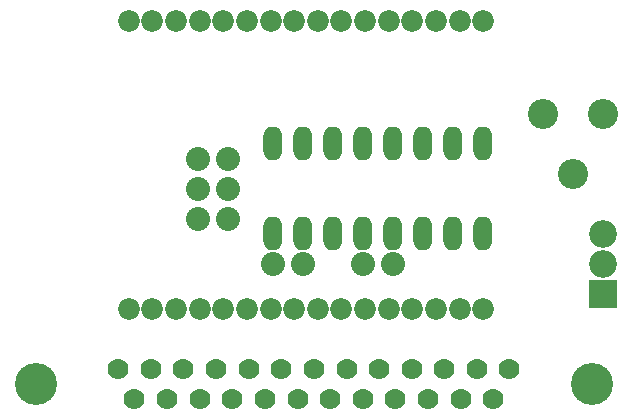
<source format=gts>
G04 MADE WITH FRITZING*
G04 WWW.FRITZING.ORG*
G04 DOUBLE SIDED*
G04 HOLES PLATED*
G04 CONTOUR ON CENTER OF CONTOUR VECTOR*
%ASAXBY*%
%FSLAX23Y23*%
%MOIN*%
%OFA0B0*%
%SFA1.0B1.0*%
%ADD10C,0.092000*%
%ADD11C,0.072598*%
%ADD12C,0.080000*%
%ADD13C,0.062000*%
%ADD14C,0.070000*%
%ADD15C,0.140000*%
%ADD16C,0.100551*%
%ADD17R,0.092000X0.092000*%
%ADD18R,0.001000X0.001000*%
%LNMASK1*%
G90*
G70*
G54D10*
X2043Y714D03*
X2043Y814D03*
X2043Y914D03*
G54D11*
X463Y664D03*
X542Y664D03*
X621Y664D03*
X700Y664D03*
X778Y664D03*
X857Y664D03*
X936Y664D03*
X1015Y664D03*
X1093Y664D03*
X1172Y664D03*
X1251Y664D03*
X1329Y664D03*
X1408Y664D03*
X1487Y664D03*
X1566Y664D03*
X1644Y664D03*
X463Y1624D03*
X542Y1624D03*
X621Y1624D03*
X700Y1624D03*
X778Y1624D03*
X857Y1624D03*
X936Y1624D03*
X1015Y1624D03*
X1093Y1624D03*
X1172Y1624D03*
X1251Y1624D03*
X1329Y1624D03*
X1408Y1624D03*
X1487Y1624D03*
X1566Y1624D03*
X1644Y1624D03*
G54D12*
X793Y964D03*
X693Y964D03*
X793Y1064D03*
X693Y1064D03*
X793Y1164D03*
X693Y1164D03*
X1043Y814D03*
X943Y814D03*
X1343Y814D03*
X1243Y814D03*
G54D13*
X943Y914D03*
X1043Y914D03*
X1143Y914D03*
X1243Y914D03*
X1343Y914D03*
X1443Y914D03*
X1543Y914D03*
X1643Y914D03*
X1643Y1214D03*
X1543Y1214D03*
X1443Y1214D03*
X1343Y1214D03*
X1243Y1214D03*
X1143Y1214D03*
X1043Y1214D03*
X943Y1214D03*
X943Y914D03*
X1043Y914D03*
X1143Y914D03*
X1243Y914D03*
X1343Y914D03*
X1443Y914D03*
X1543Y914D03*
X1643Y914D03*
X1643Y1214D03*
X1543Y1214D03*
X1443Y1214D03*
X1343Y1214D03*
X1243Y1214D03*
X1143Y1214D03*
X1043Y1214D03*
X943Y1214D03*
G54D14*
X1732Y464D03*
X1623Y464D03*
X1515Y464D03*
X1406Y464D03*
X1297Y464D03*
X1189Y464D03*
X1080Y464D03*
X971Y464D03*
X863Y464D03*
X754Y464D03*
X645Y464D03*
X537Y464D03*
X428Y464D03*
X1678Y364D03*
X1569Y364D03*
X1460Y364D03*
X1352Y364D03*
X1243Y364D03*
X1134Y364D03*
X1026Y364D03*
X917Y364D03*
X808Y364D03*
X700Y364D03*
X591Y364D03*
X482Y364D03*
G54D15*
X2006Y414D03*
X154Y414D03*
G54D14*
X1732Y464D03*
X1623Y464D03*
X1515Y464D03*
X1406Y464D03*
X1297Y464D03*
X1189Y464D03*
X1080Y464D03*
X971Y464D03*
X863Y464D03*
X754Y464D03*
X645Y464D03*
X537Y464D03*
X428Y464D03*
X1678Y364D03*
X1569Y364D03*
X1460Y364D03*
X1352Y364D03*
X1243Y364D03*
X1134Y364D03*
X1026Y364D03*
X917Y364D03*
X808Y364D03*
X700Y364D03*
X591Y364D03*
X482Y364D03*
G54D15*
X2006Y414D03*
X154Y414D03*
G54D16*
X1943Y1114D03*
X2043Y1314D03*
X1843Y1314D03*
G54D17*
X2043Y714D03*
G54D18*
X1835Y1353D02*
X1851Y1353D01*
X2035Y1353D02*
X2051Y1353D01*
X1831Y1352D02*
X1854Y1352D01*
X2031Y1352D02*
X2054Y1352D01*
X1828Y1351D02*
X1857Y1351D01*
X2028Y1351D02*
X2057Y1351D01*
X1826Y1350D02*
X1859Y1350D01*
X2026Y1350D02*
X2059Y1350D01*
X1824Y1349D02*
X1861Y1349D01*
X2024Y1349D02*
X2061Y1349D01*
X1822Y1348D02*
X1863Y1348D01*
X2022Y1348D02*
X2063Y1348D01*
X1821Y1347D02*
X1865Y1347D01*
X2021Y1347D02*
X2065Y1347D01*
X1819Y1346D02*
X1866Y1346D01*
X2019Y1346D02*
X2066Y1346D01*
X1818Y1345D02*
X1867Y1345D01*
X2018Y1345D02*
X2067Y1345D01*
X1817Y1344D02*
X1869Y1344D01*
X2017Y1344D02*
X2069Y1344D01*
X1816Y1343D02*
X1870Y1343D01*
X2016Y1343D02*
X2070Y1343D01*
X1815Y1342D02*
X1871Y1342D01*
X2015Y1342D02*
X2071Y1342D01*
X1814Y1341D02*
X1872Y1341D01*
X2014Y1341D02*
X2072Y1341D01*
X1813Y1340D02*
X1873Y1340D01*
X2013Y1340D02*
X2073Y1340D01*
X1812Y1339D02*
X1873Y1339D01*
X2012Y1339D02*
X2073Y1339D01*
X1811Y1338D02*
X1874Y1338D01*
X2011Y1338D02*
X2074Y1338D01*
X1811Y1337D02*
X1875Y1337D01*
X2011Y1337D02*
X2075Y1337D01*
X1810Y1336D02*
X1876Y1336D01*
X2010Y1336D02*
X2076Y1336D01*
X1809Y1335D02*
X1876Y1335D01*
X2009Y1335D02*
X2076Y1335D01*
X1809Y1334D02*
X1877Y1334D01*
X2009Y1334D02*
X2077Y1334D01*
X1808Y1333D02*
X1877Y1333D01*
X2008Y1333D02*
X2077Y1333D01*
X1808Y1332D02*
X1878Y1332D01*
X2008Y1332D02*
X2078Y1332D01*
X1807Y1331D02*
X1878Y1331D01*
X2007Y1331D02*
X2078Y1331D01*
X1807Y1330D02*
X1879Y1330D01*
X2007Y1330D02*
X2079Y1330D01*
X1806Y1329D02*
X1879Y1329D01*
X2006Y1329D02*
X2079Y1329D01*
X1806Y1328D02*
X1880Y1328D01*
X2006Y1328D02*
X2080Y1328D01*
X1805Y1327D02*
X1880Y1327D01*
X2005Y1327D02*
X2080Y1327D01*
X1805Y1326D02*
X1880Y1326D01*
X2005Y1326D02*
X2080Y1326D01*
X1805Y1325D02*
X1881Y1325D01*
X2005Y1325D02*
X2081Y1325D01*
X1805Y1324D02*
X1881Y1324D01*
X2005Y1324D02*
X2081Y1324D01*
X1804Y1323D02*
X1881Y1323D01*
X2004Y1323D02*
X2081Y1323D01*
X1804Y1322D02*
X1881Y1322D01*
X2004Y1322D02*
X2081Y1322D01*
X1804Y1321D02*
X1882Y1321D01*
X2004Y1321D02*
X2082Y1321D01*
X1804Y1320D02*
X1882Y1320D01*
X2004Y1320D02*
X2082Y1320D01*
X1804Y1319D02*
X1882Y1319D01*
X2004Y1319D02*
X2082Y1319D01*
X1803Y1318D02*
X1882Y1318D01*
X2003Y1318D02*
X2082Y1318D01*
X1803Y1317D02*
X1882Y1317D01*
X2003Y1317D02*
X2082Y1317D01*
X1803Y1316D02*
X1882Y1316D01*
X2003Y1316D02*
X2082Y1316D01*
X1803Y1315D02*
X1882Y1315D01*
X2003Y1315D02*
X2082Y1315D01*
X1803Y1314D02*
X1882Y1314D01*
X2003Y1314D02*
X2082Y1314D01*
X1803Y1313D02*
X1882Y1313D01*
X2003Y1313D02*
X2082Y1313D01*
X1803Y1312D02*
X1882Y1312D01*
X2003Y1312D02*
X2082Y1312D01*
X1803Y1311D02*
X1882Y1311D01*
X2003Y1311D02*
X2082Y1311D01*
X1803Y1310D02*
X1882Y1310D01*
X2003Y1310D02*
X2082Y1310D01*
X1804Y1309D02*
X1882Y1309D01*
X2004Y1309D02*
X2082Y1309D01*
X1804Y1308D02*
X1882Y1308D01*
X2004Y1308D02*
X2082Y1308D01*
X1804Y1307D02*
X1882Y1307D01*
X2004Y1307D02*
X2082Y1307D01*
X1804Y1306D02*
X1881Y1306D01*
X2004Y1306D02*
X2081Y1306D01*
X1804Y1305D02*
X1881Y1305D01*
X2004Y1305D02*
X2081Y1305D01*
X1805Y1304D02*
X1881Y1304D01*
X2005Y1304D02*
X2081Y1304D01*
X1805Y1303D02*
X1881Y1303D01*
X2005Y1303D02*
X2081Y1303D01*
X1805Y1302D02*
X1880Y1302D01*
X2005Y1302D02*
X2080Y1302D01*
X1805Y1301D02*
X1880Y1301D01*
X2005Y1301D02*
X2080Y1301D01*
X1806Y1300D02*
X1880Y1300D01*
X2006Y1300D02*
X2080Y1300D01*
X1806Y1299D02*
X1879Y1299D01*
X2006Y1299D02*
X2079Y1299D01*
X1807Y1298D02*
X1879Y1298D01*
X2007Y1298D02*
X2079Y1298D01*
X1807Y1297D02*
X1878Y1297D01*
X2007Y1297D02*
X2078Y1297D01*
X1808Y1296D02*
X1878Y1296D01*
X2008Y1296D02*
X2078Y1296D01*
X1808Y1295D02*
X1877Y1295D01*
X2008Y1295D02*
X2077Y1295D01*
X1809Y1294D02*
X1877Y1294D01*
X2009Y1294D02*
X2077Y1294D01*
X1809Y1293D02*
X1876Y1293D01*
X2009Y1293D02*
X2076Y1293D01*
X1810Y1292D02*
X1876Y1292D01*
X2010Y1292D02*
X2076Y1292D01*
X1811Y1291D02*
X1875Y1291D01*
X2011Y1291D02*
X2075Y1291D01*
X1811Y1290D02*
X1874Y1290D01*
X2011Y1290D02*
X2074Y1290D01*
X1812Y1289D02*
X1873Y1289D01*
X2012Y1289D02*
X2073Y1289D01*
X1813Y1288D02*
X1873Y1288D01*
X2013Y1288D02*
X2073Y1288D01*
X1814Y1287D02*
X1872Y1287D01*
X2014Y1287D02*
X2072Y1287D01*
X1815Y1286D02*
X1871Y1286D01*
X2015Y1286D02*
X2071Y1286D01*
X1816Y1285D02*
X1870Y1285D01*
X2016Y1285D02*
X2070Y1285D01*
X1817Y1284D02*
X1869Y1284D01*
X2017Y1284D02*
X2069Y1284D01*
X1818Y1283D02*
X1867Y1283D01*
X2018Y1283D02*
X2067Y1283D01*
X1819Y1282D02*
X1866Y1282D01*
X2019Y1282D02*
X2066Y1282D01*
X1821Y1281D02*
X1865Y1281D01*
X2021Y1281D02*
X2065Y1281D01*
X1822Y1280D02*
X1863Y1280D01*
X2022Y1280D02*
X2063Y1280D01*
X1824Y1279D02*
X1862Y1279D01*
X2024Y1279D02*
X2062Y1279D01*
X1826Y1278D02*
X1860Y1278D01*
X2026Y1278D02*
X2060Y1278D01*
X1828Y1277D02*
X1857Y1277D01*
X2028Y1277D02*
X2057Y1277D01*
X1831Y1276D02*
X1855Y1276D01*
X2031Y1276D02*
X2055Y1276D01*
X1835Y1275D02*
X1851Y1275D01*
X2035Y1275D02*
X2051Y1275D01*
X1843Y1274D02*
X1843Y1274D01*
X2043Y1274D02*
X2043Y1274D01*
X936Y1270D02*
X950Y1270D01*
X1036Y1270D02*
X1050Y1270D01*
X1136Y1270D02*
X1150Y1270D01*
X1236Y1270D02*
X1250Y1270D01*
X1336Y1270D02*
X1350Y1270D01*
X1436Y1270D02*
X1450Y1270D01*
X1536Y1270D02*
X1550Y1270D01*
X1636Y1270D02*
X1650Y1270D01*
X933Y1269D02*
X953Y1269D01*
X1033Y1269D02*
X1053Y1269D01*
X1133Y1269D02*
X1153Y1269D01*
X1233Y1269D02*
X1253Y1269D01*
X1333Y1269D02*
X1353Y1269D01*
X1433Y1269D02*
X1453Y1269D01*
X1533Y1269D02*
X1553Y1269D01*
X1633Y1269D02*
X1653Y1269D01*
X930Y1268D02*
X955Y1268D01*
X1030Y1268D02*
X1055Y1268D01*
X1130Y1268D02*
X1155Y1268D01*
X1230Y1268D02*
X1255Y1268D01*
X1330Y1268D02*
X1355Y1268D01*
X1430Y1268D02*
X1455Y1268D01*
X1530Y1268D02*
X1555Y1268D01*
X1630Y1268D02*
X1655Y1268D01*
X928Y1267D02*
X957Y1267D01*
X1028Y1267D02*
X1057Y1267D01*
X1128Y1267D02*
X1157Y1267D01*
X1228Y1267D02*
X1257Y1267D01*
X1328Y1267D02*
X1357Y1267D01*
X1428Y1267D02*
X1457Y1267D01*
X1528Y1267D02*
X1557Y1267D01*
X1628Y1267D02*
X1657Y1267D01*
X927Y1266D02*
X959Y1266D01*
X1027Y1266D02*
X1059Y1266D01*
X1127Y1266D02*
X1159Y1266D01*
X1227Y1266D02*
X1259Y1266D01*
X1327Y1266D02*
X1359Y1266D01*
X1427Y1266D02*
X1459Y1266D01*
X1527Y1266D02*
X1559Y1266D01*
X1627Y1266D02*
X1659Y1266D01*
X925Y1265D02*
X960Y1265D01*
X1025Y1265D02*
X1060Y1265D01*
X1125Y1265D02*
X1160Y1265D01*
X1225Y1265D02*
X1260Y1265D01*
X1325Y1265D02*
X1360Y1265D01*
X1425Y1265D02*
X1460Y1265D01*
X1525Y1265D02*
X1560Y1265D01*
X1625Y1265D02*
X1660Y1265D01*
X924Y1264D02*
X962Y1264D01*
X1024Y1264D02*
X1062Y1264D01*
X1124Y1264D02*
X1162Y1264D01*
X1224Y1264D02*
X1262Y1264D01*
X1324Y1264D02*
X1362Y1264D01*
X1424Y1264D02*
X1462Y1264D01*
X1524Y1264D02*
X1562Y1264D01*
X1624Y1264D02*
X1662Y1264D01*
X923Y1263D02*
X963Y1263D01*
X1023Y1263D02*
X1063Y1263D01*
X1123Y1263D02*
X1163Y1263D01*
X1223Y1263D02*
X1263Y1263D01*
X1323Y1263D02*
X1363Y1263D01*
X1423Y1263D02*
X1463Y1263D01*
X1523Y1263D02*
X1563Y1263D01*
X1623Y1263D02*
X1663Y1263D01*
X921Y1262D02*
X964Y1262D01*
X1021Y1262D02*
X1064Y1262D01*
X1121Y1262D02*
X1164Y1262D01*
X1221Y1262D02*
X1264Y1262D01*
X1321Y1262D02*
X1364Y1262D01*
X1421Y1262D02*
X1464Y1262D01*
X1521Y1262D02*
X1564Y1262D01*
X1621Y1262D02*
X1664Y1262D01*
X921Y1261D02*
X965Y1261D01*
X1021Y1261D02*
X1065Y1261D01*
X1121Y1261D02*
X1165Y1261D01*
X1221Y1261D02*
X1265Y1261D01*
X1321Y1261D02*
X1365Y1261D01*
X1421Y1261D02*
X1465Y1261D01*
X1521Y1261D02*
X1565Y1261D01*
X1621Y1261D02*
X1665Y1261D01*
X920Y1260D02*
X966Y1260D01*
X1020Y1260D02*
X1066Y1260D01*
X1120Y1260D02*
X1166Y1260D01*
X1220Y1260D02*
X1266Y1260D01*
X1320Y1260D02*
X1366Y1260D01*
X1420Y1260D02*
X1466Y1260D01*
X1520Y1260D02*
X1566Y1260D01*
X1620Y1260D02*
X1666Y1260D01*
X919Y1259D02*
X967Y1259D01*
X1019Y1259D02*
X1067Y1259D01*
X1119Y1259D02*
X1167Y1259D01*
X1219Y1259D02*
X1267Y1259D01*
X1319Y1259D02*
X1367Y1259D01*
X1419Y1259D02*
X1467Y1259D01*
X1519Y1259D02*
X1567Y1259D01*
X1619Y1259D02*
X1667Y1259D01*
X918Y1258D02*
X967Y1258D01*
X1018Y1258D02*
X1067Y1258D01*
X1118Y1258D02*
X1167Y1258D01*
X1218Y1258D02*
X1267Y1258D01*
X1318Y1258D02*
X1367Y1258D01*
X1418Y1258D02*
X1467Y1258D01*
X1518Y1258D02*
X1567Y1258D01*
X1618Y1258D02*
X1667Y1258D01*
X917Y1257D02*
X968Y1257D01*
X1017Y1257D02*
X1068Y1257D01*
X1117Y1257D02*
X1168Y1257D01*
X1217Y1257D02*
X1268Y1257D01*
X1317Y1257D02*
X1368Y1257D01*
X1417Y1257D02*
X1468Y1257D01*
X1517Y1257D02*
X1568Y1257D01*
X1617Y1257D02*
X1668Y1257D01*
X917Y1256D02*
X969Y1256D01*
X1017Y1256D02*
X1069Y1256D01*
X1117Y1256D02*
X1169Y1256D01*
X1217Y1256D02*
X1269Y1256D01*
X1317Y1256D02*
X1369Y1256D01*
X1417Y1256D02*
X1469Y1256D01*
X1517Y1256D02*
X1569Y1256D01*
X1617Y1256D02*
X1669Y1256D01*
X916Y1255D02*
X969Y1255D01*
X1016Y1255D02*
X1069Y1255D01*
X1116Y1255D02*
X1169Y1255D01*
X1216Y1255D02*
X1269Y1255D01*
X1316Y1255D02*
X1369Y1255D01*
X1416Y1255D02*
X1469Y1255D01*
X1516Y1255D02*
X1569Y1255D01*
X1616Y1255D02*
X1669Y1255D01*
X916Y1254D02*
X970Y1254D01*
X1016Y1254D02*
X1070Y1254D01*
X1116Y1254D02*
X1170Y1254D01*
X1216Y1254D02*
X1270Y1254D01*
X1316Y1254D02*
X1370Y1254D01*
X1416Y1254D02*
X1470Y1254D01*
X1516Y1254D02*
X1570Y1254D01*
X1616Y1254D02*
X1670Y1254D01*
X915Y1253D02*
X970Y1253D01*
X1015Y1253D02*
X1070Y1253D01*
X1115Y1253D02*
X1170Y1253D01*
X1215Y1253D02*
X1270Y1253D01*
X1315Y1253D02*
X1370Y1253D01*
X1415Y1253D02*
X1470Y1253D01*
X1515Y1253D02*
X1570Y1253D01*
X1615Y1253D02*
X1670Y1253D01*
X915Y1252D02*
X971Y1252D01*
X1015Y1252D02*
X1071Y1252D01*
X1115Y1252D02*
X1171Y1252D01*
X1215Y1252D02*
X1271Y1252D01*
X1315Y1252D02*
X1371Y1252D01*
X1415Y1252D02*
X1471Y1252D01*
X1515Y1252D02*
X1571Y1252D01*
X1615Y1252D02*
X1671Y1252D01*
X914Y1251D02*
X971Y1251D01*
X1014Y1251D02*
X1071Y1251D01*
X1114Y1251D02*
X1171Y1251D01*
X1214Y1251D02*
X1271Y1251D01*
X1314Y1251D02*
X1371Y1251D01*
X1414Y1251D02*
X1471Y1251D01*
X1514Y1251D02*
X1571Y1251D01*
X1614Y1251D02*
X1671Y1251D01*
X914Y1250D02*
X971Y1250D01*
X1014Y1250D02*
X1071Y1250D01*
X1114Y1250D02*
X1171Y1250D01*
X1214Y1250D02*
X1271Y1250D01*
X1314Y1250D02*
X1371Y1250D01*
X1414Y1250D02*
X1471Y1250D01*
X1514Y1250D02*
X1571Y1250D01*
X1614Y1250D02*
X1671Y1250D01*
X914Y1249D02*
X972Y1249D01*
X1014Y1249D02*
X1072Y1249D01*
X1114Y1249D02*
X1172Y1249D01*
X1214Y1249D02*
X1272Y1249D01*
X1314Y1249D02*
X1372Y1249D01*
X1414Y1249D02*
X1472Y1249D01*
X1514Y1249D02*
X1572Y1249D01*
X1614Y1249D02*
X1672Y1249D01*
X913Y1248D02*
X972Y1248D01*
X1013Y1248D02*
X1072Y1248D01*
X1113Y1248D02*
X1172Y1248D01*
X1213Y1248D02*
X1272Y1248D01*
X1313Y1248D02*
X1372Y1248D01*
X1413Y1248D02*
X1472Y1248D01*
X1513Y1248D02*
X1572Y1248D01*
X1613Y1248D02*
X1672Y1248D01*
X913Y1247D02*
X972Y1247D01*
X1013Y1247D02*
X1072Y1247D01*
X1113Y1247D02*
X1172Y1247D01*
X1213Y1247D02*
X1272Y1247D01*
X1313Y1247D02*
X1372Y1247D01*
X1413Y1247D02*
X1472Y1247D01*
X1513Y1247D02*
X1572Y1247D01*
X1613Y1247D02*
X1672Y1247D01*
X913Y1246D02*
X973Y1246D01*
X1013Y1246D02*
X1073Y1246D01*
X1113Y1246D02*
X1173Y1246D01*
X1213Y1246D02*
X1273Y1246D01*
X1313Y1246D02*
X1373Y1246D01*
X1413Y1246D02*
X1473Y1246D01*
X1513Y1246D02*
X1573Y1246D01*
X1613Y1246D02*
X1673Y1246D01*
X913Y1245D02*
X973Y1245D01*
X1013Y1245D02*
X1073Y1245D01*
X1113Y1245D02*
X1173Y1245D01*
X1213Y1245D02*
X1273Y1245D01*
X1313Y1245D02*
X1373Y1245D01*
X1413Y1245D02*
X1473Y1245D01*
X1513Y1245D02*
X1573Y1245D01*
X1613Y1245D02*
X1673Y1245D01*
X913Y1244D02*
X973Y1244D01*
X1013Y1244D02*
X1073Y1244D01*
X1113Y1244D02*
X1173Y1244D01*
X1213Y1244D02*
X1273Y1244D01*
X1313Y1244D02*
X1373Y1244D01*
X1413Y1244D02*
X1473Y1244D01*
X1513Y1244D02*
X1573Y1244D01*
X1613Y1244D02*
X1673Y1244D01*
X912Y1243D02*
X973Y1243D01*
X1012Y1243D02*
X1073Y1243D01*
X1112Y1243D02*
X1173Y1243D01*
X1212Y1243D02*
X1273Y1243D01*
X1312Y1243D02*
X1373Y1243D01*
X1412Y1243D02*
X1473Y1243D01*
X1512Y1243D02*
X1573Y1243D01*
X1612Y1243D02*
X1673Y1243D01*
X912Y1242D02*
X973Y1242D01*
X1012Y1242D02*
X1073Y1242D01*
X1112Y1242D02*
X1173Y1242D01*
X1212Y1242D02*
X1273Y1242D01*
X1312Y1242D02*
X1373Y1242D01*
X1412Y1242D02*
X1473Y1242D01*
X1512Y1242D02*
X1573Y1242D01*
X1612Y1242D02*
X1673Y1242D01*
X912Y1241D02*
X973Y1241D01*
X1012Y1241D02*
X1073Y1241D01*
X1112Y1241D02*
X1173Y1241D01*
X1212Y1241D02*
X1273Y1241D01*
X1312Y1241D02*
X1373Y1241D01*
X1412Y1241D02*
X1473Y1241D01*
X1512Y1241D02*
X1573Y1241D01*
X1612Y1241D02*
X1673Y1241D01*
X912Y1240D02*
X973Y1240D01*
X1012Y1240D02*
X1073Y1240D01*
X1112Y1240D02*
X1173Y1240D01*
X1212Y1240D02*
X1273Y1240D01*
X1312Y1240D02*
X1373Y1240D01*
X1412Y1240D02*
X1473Y1240D01*
X1512Y1240D02*
X1573Y1240D01*
X1612Y1240D02*
X1673Y1240D01*
X912Y1239D02*
X973Y1239D01*
X1012Y1239D02*
X1073Y1239D01*
X1112Y1239D02*
X1173Y1239D01*
X1212Y1239D02*
X1273Y1239D01*
X1312Y1239D02*
X1373Y1239D01*
X1412Y1239D02*
X1473Y1239D01*
X1512Y1239D02*
X1573Y1239D01*
X1612Y1239D02*
X1673Y1239D01*
X912Y1238D02*
X973Y1238D01*
X1012Y1238D02*
X1073Y1238D01*
X1112Y1238D02*
X1173Y1238D01*
X1212Y1238D02*
X1273Y1238D01*
X1312Y1238D02*
X1373Y1238D01*
X1412Y1238D02*
X1473Y1238D01*
X1512Y1238D02*
X1573Y1238D01*
X1612Y1238D02*
X1673Y1238D01*
X912Y1237D02*
X973Y1237D01*
X1012Y1237D02*
X1073Y1237D01*
X1112Y1237D02*
X1173Y1237D01*
X1212Y1237D02*
X1273Y1237D01*
X1312Y1237D02*
X1373Y1237D01*
X1412Y1237D02*
X1473Y1237D01*
X1512Y1237D02*
X1573Y1237D01*
X1612Y1237D02*
X1673Y1237D01*
X912Y1236D02*
X973Y1236D01*
X1012Y1236D02*
X1073Y1236D01*
X1112Y1236D02*
X1173Y1236D01*
X1212Y1236D02*
X1273Y1236D01*
X1312Y1236D02*
X1373Y1236D01*
X1412Y1236D02*
X1473Y1236D01*
X1512Y1236D02*
X1573Y1236D01*
X1612Y1236D02*
X1673Y1236D01*
X912Y1235D02*
X973Y1235D01*
X1012Y1235D02*
X1073Y1235D01*
X1112Y1235D02*
X1173Y1235D01*
X1212Y1235D02*
X1273Y1235D01*
X1312Y1235D02*
X1373Y1235D01*
X1412Y1235D02*
X1473Y1235D01*
X1512Y1235D02*
X1573Y1235D01*
X1612Y1235D02*
X1673Y1235D01*
X912Y1234D02*
X973Y1234D01*
X1012Y1234D02*
X1073Y1234D01*
X1112Y1234D02*
X1173Y1234D01*
X1212Y1234D02*
X1273Y1234D01*
X1312Y1234D02*
X1373Y1234D01*
X1412Y1234D02*
X1473Y1234D01*
X1512Y1234D02*
X1573Y1234D01*
X1612Y1234D02*
X1673Y1234D01*
X912Y1233D02*
X973Y1233D01*
X1012Y1233D02*
X1073Y1233D01*
X1112Y1233D02*
X1173Y1233D01*
X1212Y1233D02*
X1273Y1233D01*
X1312Y1233D02*
X1373Y1233D01*
X1412Y1233D02*
X1473Y1233D01*
X1512Y1233D02*
X1573Y1233D01*
X1612Y1233D02*
X1673Y1233D01*
X912Y1232D02*
X973Y1232D01*
X1012Y1232D02*
X1073Y1232D01*
X1112Y1232D02*
X1173Y1232D01*
X1212Y1232D02*
X1273Y1232D01*
X1312Y1232D02*
X1373Y1232D01*
X1412Y1232D02*
X1473Y1232D01*
X1512Y1232D02*
X1573Y1232D01*
X1612Y1232D02*
X1673Y1232D01*
X912Y1231D02*
X973Y1231D01*
X1012Y1231D02*
X1073Y1231D01*
X1112Y1231D02*
X1173Y1231D01*
X1212Y1231D02*
X1273Y1231D01*
X1312Y1231D02*
X1373Y1231D01*
X1412Y1231D02*
X1473Y1231D01*
X1512Y1231D02*
X1573Y1231D01*
X1612Y1231D02*
X1673Y1231D01*
X912Y1230D02*
X973Y1230D01*
X1012Y1230D02*
X1073Y1230D01*
X1112Y1230D02*
X1173Y1230D01*
X1212Y1230D02*
X1273Y1230D01*
X1312Y1230D02*
X1373Y1230D01*
X1412Y1230D02*
X1473Y1230D01*
X1512Y1230D02*
X1573Y1230D01*
X1612Y1230D02*
X1673Y1230D01*
X912Y1229D02*
X973Y1229D01*
X1012Y1229D02*
X1073Y1229D01*
X1112Y1229D02*
X1173Y1229D01*
X1212Y1229D02*
X1273Y1229D01*
X1312Y1229D02*
X1373Y1229D01*
X1412Y1229D02*
X1473Y1229D01*
X1512Y1229D02*
X1573Y1229D01*
X1612Y1229D02*
X1673Y1229D01*
X912Y1228D02*
X973Y1228D01*
X1012Y1228D02*
X1073Y1228D01*
X1112Y1228D02*
X1173Y1228D01*
X1212Y1228D02*
X1273Y1228D01*
X1312Y1228D02*
X1373Y1228D01*
X1412Y1228D02*
X1473Y1228D01*
X1512Y1228D02*
X1573Y1228D01*
X1612Y1228D02*
X1673Y1228D01*
X912Y1227D02*
X973Y1227D01*
X1012Y1227D02*
X1073Y1227D01*
X1112Y1227D02*
X1173Y1227D01*
X1212Y1227D02*
X1273Y1227D01*
X1312Y1227D02*
X1373Y1227D01*
X1412Y1227D02*
X1473Y1227D01*
X1512Y1227D02*
X1573Y1227D01*
X1612Y1227D02*
X1673Y1227D01*
X912Y1226D02*
X973Y1226D01*
X1012Y1226D02*
X1073Y1226D01*
X1112Y1226D02*
X1173Y1226D01*
X1212Y1226D02*
X1273Y1226D01*
X1312Y1226D02*
X1373Y1226D01*
X1412Y1226D02*
X1473Y1226D01*
X1512Y1226D02*
X1573Y1226D01*
X1612Y1226D02*
X1673Y1226D01*
X912Y1225D02*
X973Y1225D01*
X1012Y1225D02*
X1073Y1225D01*
X1112Y1225D02*
X1173Y1225D01*
X1212Y1225D02*
X1273Y1225D01*
X1312Y1225D02*
X1373Y1225D01*
X1412Y1225D02*
X1473Y1225D01*
X1512Y1225D02*
X1573Y1225D01*
X1612Y1225D02*
X1673Y1225D01*
X912Y1224D02*
X938Y1224D01*
X948Y1224D02*
X973Y1224D01*
X1012Y1224D02*
X1038Y1224D01*
X1048Y1224D02*
X1073Y1224D01*
X1112Y1224D02*
X1138Y1224D01*
X1148Y1224D02*
X1173Y1224D01*
X1212Y1224D02*
X1238Y1224D01*
X1248Y1224D02*
X1273Y1224D01*
X1312Y1224D02*
X1338Y1224D01*
X1348Y1224D02*
X1373Y1224D01*
X1412Y1224D02*
X1438Y1224D01*
X1448Y1224D02*
X1473Y1224D01*
X1512Y1224D02*
X1538Y1224D01*
X1548Y1224D02*
X1573Y1224D01*
X1612Y1224D02*
X1638Y1224D01*
X1648Y1224D02*
X1673Y1224D01*
X912Y1223D02*
X936Y1223D01*
X950Y1223D02*
X973Y1223D01*
X1012Y1223D02*
X1036Y1223D01*
X1050Y1223D02*
X1073Y1223D01*
X1112Y1223D02*
X1136Y1223D01*
X1150Y1223D02*
X1173Y1223D01*
X1212Y1223D02*
X1236Y1223D01*
X1250Y1223D02*
X1273Y1223D01*
X1312Y1223D02*
X1336Y1223D01*
X1350Y1223D02*
X1373Y1223D01*
X1412Y1223D02*
X1436Y1223D01*
X1450Y1223D02*
X1473Y1223D01*
X1512Y1223D02*
X1536Y1223D01*
X1550Y1223D02*
X1573Y1223D01*
X1612Y1223D02*
X1636Y1223D01*
X1650Y1223D02*
X1673Y1223D01*
X912Y1222D02*
X935Y1222D01*
X951Y1222D02*
X973Y1222D01*
X1012Y1222D02*
X1035Y1222D01*
X1051Y1222D02*
X1073Y1222D01*
X1112Y1222D02*
X1135Y1222D01*
X1151Y1222D02*
X1173Y1222D01*
X1212Y1222D02*
X1235Y1222D01*
X1251Y1222D02*
X1273Y1222D01*
X1312Y1222D02*
X1335Y1222D01*
X1351Y1222D02*
X1373Y1222D01*
X1412Y1222D02*
X1435Y1222D01*
X1451Y1222D02*
X1473Y1222D01*
X1512Y1222D02*
X1535Y1222D01*
X1551Y1222D02*
X1573Y1222D01*
X1612Y1222D02*
X1635Y1222D01*
X1651Y1222D02*
X1673Y1222D01*
X912Y1221D02*
X934Y1221D01*
X952Y1221D02*
X973Y1221D01*
X1012Y1221D02*
X1034Y1221D01*
X1052Y1221D02*
X1073Y1221D01*
X1112Y1221D02*
X1134Y1221D01*
X1152Y1221D02*
X1173Y1221D01*
X1212Y1221D02*
X1234Y1221D01*
X1252Y1221D02*
X1273Y1221D01*
X1312Y1221D02*
X1334Y1221D01*
X1352Y1221D02*
X1373Y1221D01*
X1412Y1221D02*
X1434Y1221D01*
X1452Y1221D02*
X1473Y1221D01*
X1512Y1221D02*
X1534Y1221D01*
X1552Y1221D02*
X1573Y1221D01*
X1612Y1221D02*
X1634Y1221D01*
X1652Y1221D02*
X1673Y1221D01*
X912Y1220D02*
X933Y1220D01*
X952Y1220D02*
X973Y1220D01*
X1012Y1220D02*
X1033Y1220D01*
X1052Y1220D02*
X1073Y1220D01*
X1112Y1220D02*
X1133Y1220D01*
X1152Y1220D02*
X1173Y1220D01*
X1212Y1220D02*
X1233Y1220D01*
X1252Y1220D02*
X1273Y1220D01*
X1312Y1220D02*
X1333Y1220D01*
X1352Y1220D02*
X1373Y1220D01*
X1412Y1220D02*
X1433Y1220D01*
X1452Y1220D02*
X1473Y1220D01*
X1512Y1220D02*
X1533Y1220D01*
X1552Y1220D02*
X1573Y1220D01*
X1612Y1220D02*
X1633Y1220D01*
X1652Y1220D02*
X1673Y1220D01*
X912Y1219D02*
X932Y1219D01*
X953Y1219D02*
X973Y1219D01*
X1012Y1219D02*
X1032Y1219D01*
X1053Y1219D02*
X1073Y1219D01*
X1112Y1219D02*
X1132Y1219D01*
X1153Y1219D02*
X1173Y1219D01*
X1212Y1219D02*
X1232Y1219D01*
X1253Y1219D02*
X1273Y1219D01*
X1312Y1219D02*
X1332Y1219D01*
X1353Y1219D02*
X1373Y1219D01*
X1412Y1219D02*
X1432Y1219D01*
X1453Y1219D02*
X1473Y1219D01*
X1512Y1219D02*
X1532Y1219D01*
X1553Y1219D02*
X1573Y1219D01*
X1612Y1219D02*
X1632Y1219D01*
X1653Y1219D02*
X1673Y1219D01*
X912Y1218D02*
X932Y1218D01*
X954Y1218D02*
X973Y1218D01*
X1012Y1218D02*
X1032Y1218D01*
X1054Y1218D02*
X1073Y1218D01*
X1112Y1218D02*
X1132Y1218D01*
X1154Y1218D02*
X1173Y1218D01*
X1212Y1218D02*
X1232Y1218D01*
X1254Y1218D02*
X1273Y1218D01*
X1312Y1218D02*
X1332Y1218D01*
X1354Y1218D02*
X1373Y1218D01*
X1412Y1218D02*
X1432Y1218D01*
X1454Y1218D02*
X1473Y1218D01*
X1512Y1218D02*
X1532Y1218D01*
X1554Y1218D02*
X1573Y1218D01*
X1612Y1218D02*
X1632Y1218D01*
X1654Y1218D02*
X1673Y1218D01*
X912Y1217D02*
X932Y1217D01*
X954Y1217D02*
X973Y1217D01*
X1012Y1217D02*
X1032Y1217D01*
X1054Y1217D02*
X1073Y1217D01*
X1112Y1217D02*
X1132Y1217D01*
X1154Y1217D02*
X1173Y1217D01*
X1212Y1217D02*
X1232Y1217D01*
X1254Y1217D02*
X1273Y1217D01*
X1312Y1217D02*
X1332Y1217D01*
X1354Y1217D02*
X1373Y1217D01*
X1412Y1217D02*
X1432Y1217D01*
X1454Y1217D02*
X1473Y1217D01*
X1512Y1217D02*
X1532Y1217D01*
X1554Y1217D02*
X1573Y1217D01*
X1612Y1217D02*
X1632Y1217D01*
X1654Y1217D02*
X1673Y1217D01*
X912Y1216D02*
X931Y1216D01*
X954Y1216D02*
X973Y1216D01*
X1012Y1216D02*
X1031Y1216D01*
X1054Y1216D02*
X1073Y1216D01*
X1112Y1216D02*
X1131Y1216D01*
X1154Y1216D02*
X1173Y1216D01*
X1212Y1216D02*
X1231Y1216D01*
X1254Y1216D02*
X1273Y1216D01*
X1312Y1216D02*
X1331Y1216D01*
X1354Y1216D02*
X1373Y1216D01*
X1412Y1216D02*
X1431Y1216D01*
X1454Y1216D02*
X1473Y1216D01*
X1512Y1216D02*
X1531Y1216D01*
X1554Y1216D02*
X1573Y1216D01*
X1612Y1216D02*
X1631Y1216D01*
X1654Y1216D02*
X1673Y1216D01*
X912Y1215D02*
X931Y1215D01*
X954Y1215D02*
X973Y1215D01*
X1012Y1215D02*
X1031Y1215D01*
X1054Y1215D02*
X1073Y1215D01*
X1112Y1215D02*
X1131Y1215D01*
X1154Y1215D02*
X1173Y1215D01*
X1212Y1215D02*
X1231Y1215D01*
X1254Y1215D02*
X1273Y1215D01*
X1312Y1215D02*
X1331Y1215D01*
X1354Y1215D02*
X1373Y1215D01*
X1412Y1215D02*
X1431Y1215D01*
X1454Y1215D02*
X1473Y1215D01*
X1512Y1215D02*
X1531Y1215D01*
X1554Y1215D02*
X1573Y1215D01*
X1612Y1215D02*
X1631Y1215D01*
X1654Y1215D02*
X1673Y1215D01*
X912Y1214D02*
X931Y1214D01*
X954Y1214D02*
X973Y1214D01*
X1012Y1214D02*
X1031Y1214D01*
X1054Y1214D02*
X1073Y1214D01*
X1112Y1214D02*
X1131Y1214D01*
X1154Y1214D02*
X1173Y1214D01*
X1212Y1214D02*
X1231Y1214D01*
X1254Y1214D02*
X1273Y1214D01*
X1312Y1214D02*
X1331Y1214D01*
X1354Y1214D02*
X1373Y1214D01*
X1412Y1214D02*
X1431Y1214D01*
X1454Y1214D02*
X1473Y1214D01*
X1512Y1214D02*
X1531Y1214D01*
X1554Y1214D02*
X1573Y1214D01*
X1612Y1214D02*
X1631Y1214D01*
X1654Y1214D02*
X1673Y1214D01*
X912Y1213D02*
X931Y1213D01*
X954Y1213D02*
X973Y1213D01*
X1012Y1213D02*
X1031Y1213D01*
X1054Y1213D02*
X1073Y1213D01*
X1112Y1213D02*
X1131Y1213D01*
X1154Y1213D02*
X1173Y1213D01*
X1212Y1213D02*
X1231Y1213D01*
X1254Y1213D02*
X1273Y1213D01*
X1312Y1213D02*
X1331Y1213D01*
X1354Y1213D02*
X1373Y1213D01*
X1412Y1213D02*
X1431Y1213D01*
X1454Y1213D02*
X1473Y1213D01*
X1512Y1213D02*
X1531Y1213D01*
X1554Y1213D02*
X1573Y1213D01*
X1612Y1213D02*
X1631Y1213D01*
X1654Y1213D02*
X1673Y1213D01*
X912Y1212D02*
X931Y1212D01*
X954Y1212D02*
X973Y1212D01*
X1012Y1212D02*
X1031Y1212D01*
X1054Y1212D02*
X1073Y1212D01*
X1112Y1212D02*
X1131Y1212D01*
X1154Y1212D02*
X1173Y1212D01*
X1212Y1212D02*
X1231Y1212D01*
X1254Y1212D02*
X1273Y1212D01*
X1312Y1212D02*
X1331Y1212D01*
X1354Y1212D02*
X1373Y1212D01*
X1412Y1212D02*
X1431Y1212D01*
X1454Y1212D02*
X1473Y1212D01*
X1512Y1212D02*
X1531Y1212D01*
X1554Y1212D02*
X1573Y1212D01*
X1612Y1212D02*
X1631Y1212D01*
X1654Y1212D02*
X1673Y1212D01*
X912Y1211D02*
X932Y1211D01*
X954Y1211D02*
X973Y1211D01*
X1012Y1211D02*
X1032Y1211D01*
X1054Y1211D02*
X1073Y1211D01*
X1112Y1211D02*
X1132Y1211D01*
X1154Y1211D02*
X1173Y1211D01*
X1212Y1211D02*
X1232Y1211D01*
X1254Y1211D02*
X1273Y1211D01*
X1312Y1211D02*
X1332Y1211D01*
X1354Y1211D02*
X1373Y1211D01*
X1412Y1211D02*
X1432Y1211D01*
X1454Y1211D02*
X1473Y1211D01*
X1512Y1211D02*
X1532Y1211D01*
X1554Y1211D02*
X1573Y1211D01*
X1612Y1211D02*
X1632Y1211D01*
X1654Y1211D02*
X1673Y1211D01*
X912Y1210D02*
X932Y1210D01*
X954Y1210D02*
X973Y1210D01*
X1012Y1210D02*
X1032Y1210D01*
X1054Y1210D02*
X1073Y1210D01*
X1112Y1210D02*
X1132Y1210D01*
X1154Y1210D02*
X1173Y1210D01*
X1212Y1210D02*
X1232Y1210D01*
X1254Y1210D02*
X1273Y1210D01*
X1312Y1210D02*
X1332Y1210D01*
X1354Y1210D02*
X1373Y1210D01*
X1412Y1210D02*
X1432Y1210D01*
X1454Y1210D02*
X1473Y1210D01*
X1512Y1210D02*
X1532Y1210D01*
X1554Y1210D02*
X1573Y1210D01*
X1612Y1210D02*
X1632Y1210D01*
X1654Y1210D02*
X1673Y1210D01*
X912Y1209D02*
X932Y1209D01*
X953Y1209D02*
X973Y1209D01*
X1012Y1209D02*
X1032Y1209D01*
X1053Y1209D02*
X1073Y1209D01*
X1112Y1209D02*
X1132Y1209D01*
X1153Y1209D02*
X1173Y1209D01*
X1212Y1209D02*
X1232Y1209D01*
X1253Y1209D02*
X1273Y1209D01*
X1312Y1209D02*
X1332Y1209D01*
X1353Y1209D02*
X1373Y1209D01*
X1412Y1209D02*
X1432Y1209D01*
X1453Y1209D02*
X1473Y1209D01*
X1512Y1209D02*
X1532Y1209D01*
X1553Y1209D02*
X1573Y1209D01*
X1612Y1209D02*
X1632Y1209D01*
X1653Y1209D02*
X1673Y1209D01*
X912Y1208D02*
X933Y1208D01*
X953Y1208D02*
X973Y1208D01*
X1012Y1208D02*
X1033Y1208D01*
X1053Y1208D02*
X1073Y1208D01*
X1112Y1208D02*
X1133Y1208D01*
X1153Y1208D02*
X1173Y1208D01*
X1212Y1208D02*
X1233Y1208D01*
X1253Y1208D02*
X1273Y1208D01*
X1312Y1208D02*
X1333Y1208D01*
X1353Y1208D02*
X1373Y1208D01*
X1412Y1208D02*
X1433Y1208D01*
X1453Y1208D02*
X1473Y1208D01*
X1512Y1208D02*
X1533Y1208D01*
X1553Y1208D02*
X1573Y1208D01*
X1612Y1208D02*
X1633Y1208D01*
X1653Y1208D02*
X1673Y1208D01*
X912Y1207D02*
X934Y1207D01*
X952Y1207D02*
X973Y1207D01*
X1012Y1207D02*
X1034Y1207D01*
X1052Y1207D02*
X1073Y1207D01*
X1112Y1207D02*
X1134Y1207D01*
X1152Y1207D02*
X1173Y1207D01*
X1212Y1207D02*
X1234Y1207D01*
X1252Y1207D02*
X1273Y1207D01*
X1312Y1207D02*
X1334Y1207D01*
X1352Y1207D02*
X1373Y1207D01*
X1412Y1207D02*
X1434Y1207D01*
X1452Y1207D02*
X1473Y1207D01*
X1512Y1207D02*
X1534Y1207D01*
X1552Y1207D02*
X1573Y1207D01*
X1612Y1207D02*
X1634Y1207D01*
X1652Y1207D02*
X1673Y1207D01*
X912Y1206D02*
X935Y1206D01*
X951Y1206D02*
X973Y1206D01*
X1012Y1206D02*
X1035Y1206D01*
X1051Y1206D02*
X1073Y1206D01*
X1112Y1206D02*
X1135Y1206D01*
X1151Y1206D02*
X1173Y1206D01*
X1212Y1206D02*
X1235Y1206D01*
X1251Y1206D02*
X1273Y1206D01*
X1312Y1206D02*
X1335Y1206D01*
X1351Y1206D02*
X1373Y1206D01*
X1412Y1206D02*
X1435Y1206D01*
X1451Y1206D02*
X1473Y1206D01*
X1512Y1206D02*
X1535Y1206D01*
X1551Y1206D02*
X1573Y1206D01*
X1612Y1206D02*
X1635Y1206D01*
X1651Y1206D02*
X1673Y1206D01*
X912Y1205D02*
X936Y1205D01*
X950Y1205D02*
X973Y1205D01*
X1012Y1205D02*
X1036Y1205D01*
X1050Y1205D02*
X1073Y1205D01*
X1112Y1205D02*
X1136Y1205D01*
X1150Y1205D02*
X1173Y1205D01*
X1212Y1205D02*
X1236Y1205D01*
X1250Y1205D02*
X1273Y1205D01*
X1312Y1205D02*
X1336Y1205D01*
X1350Y1205D02*
X1373Y1205D01*
X1412Y1205D02*
X1436Y1205D01*
X1450Y1205D02*
X1473Y1205D01*
X1512Y1205D02*
X1536Y1205D01*
X1550Y1205D02*
X1573Y1205D01*
X1612Y1205D02*
X1636Y1205D01*
X1650Y1205D02*
X1673Y1205D01*
X912Y1204D02*
X937Y1204D01*
X948Y1204D02*
X973Y1204D01*
X1012Y1204D02*
X1037Y1204D01*
X1048Y1204D02*
X1073Y1204D01*
X1112Y1204D02*
X1137Y1204D01*
X1148Y1204D02*
X1173Y1204D01*
X1212Y1204D02*
X1237Y1204D01*
X1248Y1204D02*
X1273Y1204D01*
X1312Y1204D02*
X1337Y1204D01*
X1348Y1204D02*
X1373Y1204D01*
X1412Y1204D02*
X1437Y1204D01*
X1448Y1204D02*
X1473Y1204D01*
X1512Y1204D02*
X1537Y1204D01*
X1548Y1204D02*
X1573Y1204D01*
X1612Y1204D02*
X1637Y1204D01*
X1648Y1204D02*
X1673Y1204D01*
X912Y1203D02*
X942Y1203D01*
X944Y1203D02*
X973Y1203D01*
X1012Y1203D02*
X1042Y1203D01*
X1044Y1203D02*
X1073Y1203D01*
X1112Y1203D02*
X1142Y1203D01*
X1144Y1203D02*
X1173Y1203D01*
X1212Y1203D02*
X1242Y1203D01*
X1244Y1203D02*
X1273Y1203D01*
X1312Y1203D02*
X1342Y1203D01*
X1344Y1203D02*
X1373Y1203D01*
X1412Y1203D02*
X1442Y1203D01*
X1444Y1203D02*
X1473Y1203D01*
X1512Y1203D02*
X1542Y1203D01*
X1544Y1203D02*
X1573Y1203D01*
X1612Y1203D02*
X1642Y1203D01*
X1644Y1203D02*
X1673Y1203D01*
X912Y1202D02*
X973Y1202D01*
X1012Y1202D02*
X1073Y1202D01*
X1112Y1202D02*
X1173Y1202D01*
X1212Y1202D02*
X1273Y1202D01*
X1312Y1202D02*
X1373Y1202D01*
X1412Y1202D02*
X1473Y1202D01*
X1512Y1202D02*
X1573Y1202D01*
X1612Y1202D02*
X1673Y1202D01*
X912Y1201D02*
X973Y1201D01*
X1012Y1201D02*
X1073Y1201D01*
X1112Y1201D02*
X1173Y1201D01*
X1212Y1201D02*
X1273Y1201D01*
X1312Y1201D02*
X1373Y1201D01*
X1412Y1201D02*
X1473Y1201D01*
X1512Y1201D02*
X1573Y1201D01*
X1612Y1201D02*
X1673Y1201D01*
X912Y1200D02*
X973Y1200D01*
X1012Y1200D02*
X1073Y1200D01*
X1112Y1200D02*
X1173Y1200D01*
X1212Y1200D02*
X1273Y1200D01*
X1312Y1200D02*
X1373Y1200D01*
X1412Y1200D02*
X1473Y1200D01*
X1512Y1200D02*
X1573Y1200D01*
X1612Y1200D02*
X1673Y1200D01*
X912Y1199D02*
X973Y1199D01*
X1012Y1199D02*
X1073Y1199D01*
X1112Y1199D02*
X1173Y1199D01*
X1212Y1199D02*
X1273Y1199D01*
X1312Y1199D02*
X1373Y1199D01*
X1412Y1199D02*
X1473Y1199D01*
X1512Y1199D02*
X1573Y1199D01*
X1612Y1199D02*
X1673Y1199D01*
X912Y1198D02*
X973Y1198D01*
X1012Y1198D02*
X1073Y1198D01*
X1112Y1198D02*
X1173Y1198D01*
X1212Y1198D02*
X1273Y1198D01*
X1312Y1198D02*
X1373Y1198D01*
X1412Y1198D02*
X1473Y1198D01*
X1512Y1198D02*
X1573Y1198D01*
X1612Y1198D02*
X1673Y1198D01*
X912Y1197D02*
X973Y1197D01*
X1012Y1197D02*
X1073Y1197D01*
X1112Y1197D02*
X1173Y1197D01*
X1212Y1197D02*
X1273Y1197D01*
X1312Y1197D02*
X1373Y1197D01*
X1412Y1197D02*
X1473Y1197D01*
X1512Y1197D02*
X1573Y1197D01*
X1612Y1197D02*
X1673Y1197D01*
X912Y1196D02*
X973Y1196D01*
X1012Y1196D02*
X1073Y1196D01*
X1112Y1196D02*
X1173Y1196D01*
X1212Y1196D02*
X1273Y1196D01*
X1312Y1196D02*
X1373Y1196D01*
X1412Y1196D02*
X1473Y1196D01*
X1512Y1196D02*
X1573Y1196D01*
X1612Y1196D02*
X1673Y1196D01*
X912Y1195D02*
X973Y1195D01*
X1012Y1195D02*
X1073Y1195D01*
X1112Y1195D02*
X1173Y1195D01*
X1212Y1195D02*
X1273Y1195D01*
X1312Y1195D02*
X1373Y1195D01*
X1412Y1195D02*
X1473Y1195D01*
X1512Y1195D02*
X1573Y1195D01*
X1612Y1195D02*
X1673Y1195D01*
X912Y1194D02*
X973Y1194D01*
X1012Y1194D02*
X1073Y1194D01*
X1112Y1194D02*
X1173Y1194D01*
X1212Y1194D02*
X1273Y1194D01*
X1312Y1194D02*
X1373Y1194D01*
X1412Y1194D02*
X1473Y1194D01*
X1512Y1194D02*
X1573Y1194D01*
X1612Y1194D02*
X1673Y1194D01*
X912Y1193D02*
X973Y1193D01*
X1012Y1193D02*
X1073Y1193D01*
X1112Y1193D02*
X1173Y1193D01*
X1212Y1193D02*
X1273Y1193D01*
X1312Y1193D02*
X1373Y1193D01*
X1412Y1193D02*
X1473Y1193D01*
X1512Y1193D02*
X1573Y1193D01*
X1612Y1193D02*
X1673Y1193D01*
X912Y1192D02*
X973Y1192D01*
X1012Y1192D02*
X1073Y1192D01*
X1112Y1192D02*
X1173Y1192D01*
X1212Y1192D02*
X1273Y1192D01*
X1312Y1192D02*
X1373Y1192D01*
X1412Y1192D02*
X1473Y1192D01*
X1512Y1192D02*
X1573Y1192D01*
X1612Y1192D02*
X1673Y1192D01*
X912Y1191D02*
X973Y1191D01*
X1012Y1191D02*
X1073Y1191D01*
X1112Y1191D02*
X1173Y1191D01*
X1212Y1191D02*
X1273Y1191D01*
X1312Y1191D02*
X1373Y1191D01*
X1412Y1191D02*
X1473Y1191D01*
X1512Y1191D02*
X1573Y1191D01*
X1612Y1191D02*
X1673Y1191D01*
X912Y1190D02*
X973Y1190D01*
X1012Y1190D02*
X1073Y1190D01*
X1112Y1190D02*
X1173Y1190D01*
X1212Y1190D02*
X1273Y1190D01*
X1312Y1190D02*
X1373Y1190D01*
X1412Y1190D02*
X1473Y1190D01*
X1512Y1190D02*
X1573Y1190D01*
X1612Y1190D02*
X1673Y1190D01*
X912Y1189D02*
X973Y1189D01*
X1012Y1189D02*
X1073Y1189D01*
X1112Y1189D02*
X1173Y1189D01*
X1212Y1189D02*
X1273Y1189D01*
X1312Y1189D02*
X1373Y1189D01*
X1412Y1189D02*
X1473Y1189D01*
X1512Y1189D02*
X1573Y1189D01*
X1612Y1189D02*
X1673Y1189D01*
X912Y1188D02*
X973Y1188D01*
X1012Y1188D02*
X1073Y1188D01*
X1112Y1188D02*
X1173Y1188D01*
X1212Y1188D02*
X1273Y1188D01*
X1312Y1188D02*
X1373Y1188D01*
X1412Y1188D02*
X1473Y1188D01*
X1512Y1188D02*
X1573Y1188D01*
X1612Y1188D02*
X1673Y1188D01*
X912Y1187D02*
X973Y1187D01*
X1012Y1187D02*
X1073Y1187D01*
X1112Y1187D02*
X1173Y1187D01*
X1212Y1187D02*
X1273Y1187D01*
X1312Y1187D02*
X1373Y1187D01*
X1412Y1187D02*
X1473Y1187D01*
X1512Y1187D02*
X1573Y1187D01*
X1612Y1187D02*
X1673Y1187D01*
X912Y1186D02*
X973Y1186D01*
X1012Y1186D02*
X1073Y1186D01*
X1112Y1186D02*
X1173Y1186D01*
X1212Y1186D02*
X1273Y1186D01*
X1312Y1186D02*
X1373Y1186D01*
X1412Y1186D02*
X1473Y1186D01*
X1512Y1186D02*
X1573Y1186D01*
X1612Y1186D02*
X1673Y1186D01*
X912Y1185D02*
X973Y1185D01*
X1012Y1185D02*
X1073Y1185D01*
X1112Y1185D02*
X1173Y1185D01*
X1212Y1185D02*
X1273Y1185D01*
X1312Y1185D02*
X1373Y1185D01*
X1412Y1185D02*
X1473Y1185D01*
X1512Y1185D02*
X1573Y1185D01*
X1612Y1185D02*
X1673Y1185D01*
X913Y1184D02*
X973Y1184D01*
X1013Y1184D02*
X1073Y1184D01*
X1113Y1184D02*
X1173Y1184D01*
X1213Y1184D02*
X1273Y1184D01*
X1313Y1184D02*
X1373Y1184D01*
X1413Y1184D02*
X1473Y1184D01*
X1513Y1184D02*
X1573Y1184D01*
X1613Y1184D02*
X1673Y1184D01*
X913Y1183D02*
X973Y1183D01*
X1013Y1183D02*
X1073Y1183D01*
X1113Y1183D02*
X1173Y1183D01*
X1213Y1183D02*
X1273Y1183D01*
X1313Y1183D02*
X1373Y1183D01*
X1413Y1183D02*
X1473Y1183D01*
X1513Y1183D02*
X1573Y1183D01*
X1613Y1183D02*
X1673Y1183D01*
X913Y1182D02*
X973Y1182D01*
X1013Y1182D02*
X1073Y1182D01*
X1113Y1182D02*
X1173Y1182D01*
X1213Y1182D02*
X1273Y1182D01*
X1313Y1182D02*
X1373Y1182D01*
X1413Y1182D02*
X1473Y1182D01*
X1513Y1182D02*
X1573Y1182D01*
X1613Y1182D02*
X1673Y1182D01*
X913Y1181D02*
X972Y1181D01*
X1013Y1181D02*
X1072Y1181D01*
X1113Y1181D02*
X1172Y1181D01*
X1213Y1181D02*
X1272Y1181D01*
X1313Y1181D02*
X1372Y1181D01*
X1413Y1181D02*
X1472Y1181D01*
X1513Y1181D02*
X1572Y1181D01*
X1613Y1181D02*
X1672Y1181D01*
X913Y1180D02*
X972Y1180D01*
X1013Y1180D02*
X1072Y1180D01*
X1113Y1180D02*
X1172Y1180D01*
X1213Y1180D02*
X1272Y1180D01*
X1313Y1180D02*
X1372Y1180D01*
X1413Y1180D02*
X1472Y1180D01*
X1513Y1180D02*
X1572Y1180D01*
X1613Y1180D02*
X1672Y1180D01*
X914Y1179D02*
X972Y1179D01*
X1014Y1179D02*
X1072Y1179D01*
X1114Y1179D02*
X1172Y1179D01*
X1214Y1179D02*
X1272Y1179D01*
X1314Y1179D02*
X1372Y1179D01*
X1414Y1179D02*
X1472Y1179D01*
X1514Y1179D02*
X1572Y1179D01*
X1614Y1179D02*
X1672Y1179D01*
X914Y1178D02*
X971Y1178D01*
X1014Y1178D02*
X1071Y1178D01*
X1114Y1178D02*
X1171Y1178D01*
X1214Y1178D02*
X1271Y1178D01*
X1314Y1178D02*
X1371Y1178D01*
X1414Y1178D02*
X1471Y1178D01*
X1514Y1178D02*
X1571Y1178D01*
X1614Y1178D02*
X1671Y1178D01*
X914Y1177D02*
X971Y1177D01*
X1014Y1177D02*
X1071Y1177D01*
X1114Y1177D02*
X1171Y1177D01*
X1214Y1177D02*
X1271Y1177D01*
X1314Y1177D02*
X1371Y1177D01*
X1414Y1177D02*
X1471Y1177D01*
X1514Y1177D02*
X1571Y1177D01*
X1614Y1177D02*
X1671Y1177D01*
X915Y1176D02*
X971Y1176D01*
X1015Y1176D02*
X1071Y1176D01*
X1115Y1176D02*
X1171Y1176D01*
X1215Y1176D02*
X1271Y1176D01*
X1315Y1176D02*
X1371Y1176D01*
X1415Y1176D02*
X1471Y1176D01*
X1515Y1176D02*
X1571Y1176D01*
X1615Y1176D02*
X1671Y1176D01*
X915Y1175D02*
X970Y1175D01*
X1015Y1175D02*
X1070Y1175D01*
X1115Y1175D02*
X1170Y1175D01*
X1215Y1175D02*
X1270Y1175D01*
X1315Y1175D02*
X1370Y1175D01*
X1415Y1175D02*
X1470Y1175D01*
X1515Y1175D02*
X1570Y1175D01*
X1615Y1175D02*
X1670Y1175D01*
X916Y1174D02*
X970Y1174D01*
X1016Y1174D02*
X1070Y1174D01*
X1116Y1174D02*
X1170Y1174D01*
X1216Y1174D02*
X1270Y1174D01*
X1316Y1174D02*
X1370Y1174D01*
X1416Y1174D02*
X1470Y1174D01*
X1516Y1174D02*
X1570Y1174D01*
X1616Y1174D02*
X1670Y1174D01*
X916Y1173D02*
X969Y1173D01*
X1016Y1173D02*
X1069Y1173D01*
X1116Y1173D02*
X1169Y1173D01*
X1216Y1173D02*
X1269Y1173D01*
X1316Y1173D02*
X1369Y1173D01*
X1416Y1173D02*
X1469Y1173D01*
X1516Y1173D02*
X1569Y1173D01*
X1616Y1173D02*
X1669Y1173D01*
X917Y1172D02*
X969Y1172D01*
X1017Y1172D02*
X1069Y1172D01*
X1117Y1172D02*
X1169Y1172D01*
X1217Y1172D02*
X1269Y1172D01*
X1317Y1172D02*
X1369Y1172D01*
X1417Y1172D02*
X1469Y1172D01*
X1517Y1172D02*
X1569Y1172D01*
X1617Y1172D02*
X1669Y1172D01*
X917Y1171D02*
X968Y1171D01*
X1017Y1171D02*
X1068Y1171D01*
X1117Y1171D02*
X1168Y1171D01*
X1217Y1171D02*
X1268Y1171D01*
X1317Y1171D02*
X1368Y1171D01*
X1417Y1171D02*
X1468Y1171D01*
X1517Y1171D02*
X1568Y1171D01*
X1617Y1171D02*
X1668Y1171D01*
X918Y1170D02*
X967Y1170D01*
X1018Y1170D02*
X1067Y1170D01*
X1118Y1170D02*
X1167Y1170D01*
X1218Y1170D02*
X1267Y1170D01*
X1318Y1170D02*
X1367Y1170D01*
X1418Y1170D02*
X1467Y1170D01*
X1518Y1170D02*
X1567Y1170D01*
X1618Y1170D02*
X1667Y1170D01*
X919Y1169D02*
X967Y1169D01*
X1019Y1169D02*
X1067Y1169D01*
X1119Y1169D02*
X1167Y1169D01*
X1219Y1169D02*
X1267Y1169D01*
X1319Y1169D02*
X1367Y1169D01*
X1419Y1169D02*
X1467Y1169D01*
X1519Y1169D02*
X1567Y1169D01*
X1619Y1169D02*
X1667Y1169D01*
X920Y1168D02*
X966Y1168D01*
X1020Y1168D02*
X1066Y1168D01*
X1120Y1168D02*
X1166Y1168D01*
X1220Y1168D02*
X1266Y1168D01*
X1320Y1168D02*
X1366Y1168D01*
X1420Y1168D02*
X1466Y1168D01*
X1520Y1168D02*
X1566Y1168D01*
X1620Y1168D02*
X1666Y1168D01*
X920Y1167D02*
X965Y1167D01*
X1020Y1167D02*
X1065Y1167D01*
X1120Y1167D02*
X1165Y1167D01*
X1220Y1167D02*
X1265Y1167D01*
X1320Y1167D02*
X1365Y1167D01*
X1420Y1167D02*
X1465Y1167D01*
X1520Y1167D02*
X1565Y1167D01*
X1620Y1167D02*
X1665Y1167D01*
X921Y1166D02*
X964Y1166D01*
X1021Y1166D02*
X1064Y1166D01*
X1121Y1166D02*
X1164Y1166D01*
X1221Y1166D02*
X1264Y1166D01*
X1321Y1166D02*
X1364Y1166D01*
X1421Y1166D02*
X1464Y1166D01*
X1521Y1166D02*
X1564Y1166D01*
X1621Y1166D02*
X1664Y1166D01*
X922Y1165D02*
X963Y1165D01*
X1022Y1165D02*
X1063Y1165D01*
X1122Y1165D02*
X1163Y1165D01*
X1222Y1165D02*
X1263Y1165D01*
X1322Y1165D02*
X1363Y1165D01*
X1422Y1165D02*
X1463Y1165D01*
X1522Y1165D02*
X1563Y1165D01*
X1622Y1165D02*
X1663Y1165D01*
X924Y1164D02*
X962Y1164D01*
X1024Y1164D02*
X1062Y1164D01*
X1124Y1164D02*
X1162Y1164D01*
X1224Y1164D02*
X1262Y1164D01*
X1324Y1164D02*
X1362Y1164D01*
X1424Y1164D02*
X1462Y1164D01*
X1524Y1164D02*
X1562Y1164D01*
X1624Y1164D02*
X1662Y1164D01*
X925Y1163D02*
X960Y1163D01*
X1025Y1163D02*
X1060Y1163D01*
X1125Y1163D02*
X1160Y1163D01*
X1225Y1163D02*
X1260Y1163D01*
X1325Y1163D02*
X1360Y1163D01*
X1425Y1163D02*
X1460Y1163D01*
X1525Y1163D02*
X1560Y1163D01*
X1625Y1163D02*
X1660Y1163D01*
X926Y1162D02*
X959Y1162D01*
X1026Y1162D02*
X1059Y1162D01*
X1126Y1162D02*
X1159Y1162D01*
X1226Y1162D02*
X1259Y1162D01*
X1326Y1162D02*
X1359Y1162D01*
X1426Y1162D02*
X1459Y1162D01*
X1526Y1162D02*
X1559Y1162D01*
X1626Y1162D02*
X1659Y1162D01*
X928Y1161D02*
X957Y1161D01*
X1028Y1161D02*
X1057Y1161D01*
X1128Y1161D02*
X1157Y1161D01*
X1228Y1161D02*
X1257Y1161D01*
X1328Y1161D02*
X1357Y1161D01*
X1428Y1161D02*
X1457Y1161D01*
X1528Y1161D02*
X1557Y1161D01*
X1628Y1161D02*
X1657Y1161D01*
X930Y1160D02*
X955Y1160D01*
X1030Y1160D02*
X1055Y1160D01*
X1130Y1160D02*
X1155Y1160D01*
X1230Y1160D02*
X1255Y1160D01*
X1330Y1160D02*
X1355Y1160D01*
X1430Y1160D02*
X1455Y1160D01*
X1530Y1160D02*
X1555Y1160D01*
X1630Y1160D02*
X1655Y1160D01*
X933Y1159D02*
X953Y1159D01*
X1033Y1159D02*
X1053Y1159D01*
X1133Y1159D02*
X1153Y1159D01*
X1233Y1159D02*
X1253Y1159D01*
X1333Y1159D02*
X1353Y1159D01*
X1433Y1159D02*
X1453Y1159D01*
X1533Y1159D02*
X1553Y1159D01*
X1633Y1159D02*
X1653Y1159D01*
X936Y1158D02*
X950Y1158D01*
X1036Y1158D02*
X1050Y1158D01*
X1136Y1158D02*
X1150Y1158D01*
X1236Y1158D02*
X1250Y1158D01*
X1336Y1158D02*
X1350Y1158D01*
X1436Y1158D02*
X1450Y1158D01*
X1536Y1158D02*
X1550Y1158D01*
X1636Y1158D02*
X1650Y1158D01*
X943Y1157D02*
X943Y1157D01*
X1043Y1157D02*
X1043Y1157D01*
X1143Y1157D02*
X1143Y1157D01*
X1243Y1157D02*
X1243Y1157D01*
X1343Y1157D02*
X1343Y1157D01*
X1443Y1157D02*
X1443Y1157D01*
X1543Y1157D02*
X1543Y1157D01*
X1643Y1157D02*
X1643Y1157D01*
X1935Y1153D02*
X1951Y1153D01*
X1931Y1152D02*
X1955Y1152D01*
X1928Y1151D02*
X1957Y1151D01*
X1926Y1150D02*
X1959Y1150D01*
X1924Y1149D02*
X1961Y1149D01*
X1922Y1148D02*
X1963Y1148D01*
X1921Y1147D02*
X1965Y1147D01*
X1919Y1146D02*
X1966Y1146D01*
X1918Y1145D02*
X1967Y1145D01*
X1917Y1144D02*
X1969Y1144D01*
X1916Y1143D02*
X1970Y1143D01*
X1915Y1142D02*
X1971Y1142D01*
X1914Y1141D02*
X1972Y1141D01*
X1913Y1140D02*
X1973Y1140D01*
X1912Y1139D02*
X1973Y1139D01*
X1911Y1138D02*
X1974Y1138D01*
X1911Y1137D02*
X1975Y1137D01*
X1910Y1136D02*
X1976Y1136D01*
X1909Y1135D02*
X1976Y1135D01*
X1909Y1134D02*
X1977Y1134D01*
X1908Y1133D02*
X1977Y1133D01*
X1908Y1132D02*
X1978Y1132D01*
X1907Y1131D02*
X1978Y1131D01*
X1907Y1130D02*
X1979Y1130D01*
X1906Y1129D02*
X1979Y1129D01*
X1906Y1128D02*
X1980Y1128D01*
X1905Y1127D02*
X1980Y1127D01*
X1905Y1126D02*
X1980Y1126D01*
X1905Y1125D02*
X1981Y1125D01*
X1905Y1124D02*
X1981Y1124D01*
X1904Y1123D02*
X1981Y1123D01*
X1904Y1122D02*
X1981Y1122D01*
X1904Y1121D02*
X1982Y1121D01*
X1904Y1120D02*
X1982Y1120D01*
X1904Y1119D02*
X1982Y1119D01*
X1903Y1118D02*
X1982Y1118D01*
X1903Y1117D02*
X1982Y1117D01*
X1903Y1116D02*
X1982Y1116D01*
X1903Y1115D02*
X1982Y1115D01*
X1903Y1114D02*
X1982Y1114D01*
X1903Y1113D02*
X1982Y1113D01*
X1903Y1112D02*
X1982Y1112D01*
X1903Y1111D02*
X1982Y1111D01*
X1903Y1110D02*
X1982Y1110D01*
X1904Y1109D02*
X1982Y1109D01*
X1904Y1108D02*
X1982Y1108D01*
X1904Y1107D02*
X1982Y1107D01*
X1904Y1106D02*
X1981Y1106D01*
X1904Y1105D02*
X1981Y1105D01*
X1905Y1104D02*
X1981Y1104D01*
X1905Y1103D02*
X1981Y1103D01*
X1905Y1102D02*
X1980Y1102D01*
X1905Y1101D02*
X1980Y1101D01*
X1906Y1100D02*
X1980Y1100D01*
X1906Y1099D02*
X1979Y1099D01*
X1907Y1098D02*
X1979Y1098D01*
X1907Y1097D02*
X1978Y1097D01*
X1908Y1096D02*
X1978Y1096D01*
X1908Y1095D02*
X1977Y1095D01*
X1909Y1094D02*
X1977Y1094D01*
X1909Y1093D02*
X1976Y1093D01*
X1910Y1092D02*
X1976Y1092D01*
X1911Y1091D02*
X1975Y1091D01*
X1911Y1090D02*
X1974Y1090D01*
X1912Y1089D02*
X1973Y1089D01*
X1913Y1088D02*
X1973Y1088D01*
X1914Y1087D02*
X1972Y1087D01*
X1915Y1086D02*
X1971Y1086D01*
X1916Y1085D02*
X1970Y1085D01*
X1917Y1084D02*
X1969Y1084D01*
X1918Y1083D02*
X1967Y1083D01*
X1919Y1082D02*
X1966Y1082D01*
X1921Y1081D02*
X1965Y1081D01*
X1922Y1080D02*
X1963Y1080D01*
X1924Y1079D02*
X1961Y1079D01*
X1926Y1078D02*
X1960Y1078D01*
X1928Y1077D02*
X1957Y1077D01*
X1931Y1076D02*
X1955Y1076D01*
X1935Y1075D02*
X1951Y1075D01*
X936Y970D02*
X950Y970D01*
X1036Y970D02*
X1050Y970D01*
X1136Y970D02*
X1150Y970D01*
X1236Y970D02*
X1250Y970D01*
X1336Y970D02*
X1350Y970D01*
X1436Y970D02*
X1450Y970D01*
X1536Y970D02*
X1550Y970D01*
X1636Y970D02*
X1650Y970D01*
X933Y969D02*
X953Y969D01*
X1033Y969D02*
X1053Y969D01*
X1133Y969D02*
X1153Y969D01*
X1233Y969D02*
X1253Y969D01*
X1333Y969D02*
X1353Y969D01*
X1433Y969D02*
X1453Y969D01*
X1533Y969D02*
X1553Y969D01*
X1633Y969D02*
X1653Y969D01*
X930Y968D02*
X955Y968D01*
X1030Y968D02*
X1055Y968D01*
X1130Y968D02*
X1155Y968D01*
X1230Y968D02*
X1255Y968D01*
X1330Y968D02*
X1355Y968D01*
X1430Y968D02*
X1455Y968D01*
X1530Y968D02*
X1555Y968D01*
X1630Y968D02*
X1655Y968D01*
X928Y967D02*
X957Y967D01*
X1028Y967D02*
X1057Y967D01*
X1128Y967D02*
X1157Y967D01*
X1228Y967D02*
X1257Y967D01*
X1328Y967D02*
X1357Y967D01*
X1428Y967D02*
X1457Y967D01*
X1528Y967D02*
X1557Y967D01*
X1628Y967D02*
X1657Y967D01*
X926Y966D02*
X959Y966D01*
X1026Y966D02*
X1059Y966D01*
X1126Y966D02*
X1159Y966D01*
X1226Y966D02*
X1259Y966D01*
X1326Y966D02*
X1359Y966D01*
X1426Y966D02*
X1459Y966D01*
X1526Y966D02*
X1559Y966D01*
X1626Y966D02*
X1659Y966D01*
X925Y965D02*
X960Y965D01*
X1025Y965D02*
X1060Y965D01*
X1125Y965D02*
X1160Y965D01*
X1225Y965D02*
X1260Y965D01*
X1325Y965D02*
X1360Y965D01*
X1425Y965D02*
X1460Y965D01*
X1525Y965D02*
X1560Y965D01*
X1625Y965D02*
X1660Y965D01*
X924Y964D02*
X962Y964D01*
X1024Y964D02*
X1062Y964D01*
X1124Y964D02*
X1162Y964D01*
X1224Y964D02*
X1262Y964D01*
X1324Y964D02*
X1362Y964D01*
X1424Y964D02*
X1462Y964D01*
X1524Y964D02*
X1562Y964D01*
X1624Y964D02*
X1662Y964D01*
X922Y963D02*
X963Y963D01*
X1022Y963D02*
X1063Y963D01*
X1122Y963D02*
X1163Y963D01*
X1222Y963D02*
X1263Y963D01*
X1322Y963D02*
X1363Y963D01*
X1422Y963D02*
X1463Y963D01*
X1522Y963D02*
X1563Y963D01*
X1622Y963D02*
X1663Y963D01*
X921Y962D02*
X964Y962D01*
X1021Y962D02*
X1064Y962D01*
X1121Y962D02*
X1164Y962D01*
X1221Y962D02*
X1264Y962D01*
X1321Y962D02*
X1364Y962D01*
X1421Y962D02*
X1464Y962D01*
X1521Y962D02*
X1564Y962D01*
X1621Y962D02*
X1664Y962D01*
X920Y961D02*
X965Y961D01*
X1020Y961D02*
X1065Y961D01*
X1120Y961D02*
X1165Y961D01*
X1220Y961D02*
X1265Y961D01*
X1320Y961D02*
X1365Y961D01*
X1420Y961D02*
X1465Y961D01*
X1520Y961D02*
X1565Y961D01*
X1620Y961D02*
X1665Y961D01*
X920Y960D02*
X966Y960D01*
X1020Y960D02*
X1066Y960D01*
X1120Y960D02*
X1166Y960D01*
X1220Y960D02*
X1266Y960D01*
X1320Y960D02*
X1366Y960D01*
X1420Y960D02*
X1466Y960D01*
X1520Y960D02*
X1566Y960D01*
X1620Y960D02*
X1666Y960D01*
X919Y959D02*
X967Y959D01*
X1019Y959D02*
X1067Y959D01*
X1119Y959D02*
X1167Y959D01*
X1219Y959D02*
X1267Y959D01*
X1319Y959D02*
X1367Y959D01*
X1419Y959D02*
X1467Y959D01*
X1519Y959D02*
X1567Y959D01*
X1619Y959D02*
X1667Y959D01*
X918Y958D02*
X967Y958D01*
X1018Y958D02*
X1067Y958D01*
X1118Y958D02*
X1167Y958D01*
X1218Y958D02*
X1267Y958D01*
X1318Y958D02*
X1367Y958D01*
X1418Y958D02*
X1467Y958D01*
X1518Y958D02*
X1567Y958D01*
X1618Y958D02*
X1667Y958D01*
X917Y957D02*
X968Y957D01*
X1017Y957D02*
X1068Y957D01*
X1117Y957D02*
X1168Y957D01*
X1217Y957D02*
X1268Y957D01*
X1317Y957D02*
X1368Y957D01*
X1417Y957D02*
X1468Y957D01*
X1517Y957D02*
X1568Y957D01*
X1617Y957D02*
X1668Y957D01*
X917Y956D02*
X969Y956D01*
X1017Y956D02*
X1069Y956D01*
X1117Y956D02*
X1169Y956D01*
X1217Y956D02*
X1269Y956D01*
X1317Y956D02*
X1369Y956D01*
X1417Y956D02*
X1469Y956D01*
X1517Y956D02*
X1569Y956D01*
X1617Y956D02*
X1669Y956D01*
X916Y955D02*
X969Y955D01*
X1016Y955D02*
X1069Y955D01*
X1116Y955D02*
X1169Y955D01*
X1216Y955D02*
X1269Y955D01*
X1316Y955D02*
X1369Y955D01*
X1416Y955D02*
X1469Y955D01*
X1516Y955D02*
X1569Y955D01*
X1616Y955D02*
X1669Y955D01*
X916Y954D02*
X970Y954D01*
X1016Y954D02*
X1070Y954D01*
X1116Y954D02*
X1170Y954D01*
X1216Y954D02*
X1270Y954D01*
X1316Y954D02*
X1370Y954D01*
X1416Y954D02*
X1470Y954D01*
X1516Y954D02*
X1570Y954D01*
X1616Y954D02*
X1670Y954D01*
X915Y953D02*
X970Y953D01*
X1015Y953D02*
X1070Y953D01*
X1115Y953D02*
X1170Y953D01*
X1215Y953D02*
X1270Y953D01*
X1315Y953D02*
X1370Y953D01*
X1415Y953D02*
X1470Y953D01*
X1515Y953D02*
X1570Y953D01*
X1615Y953D02*
X1670Y953D01*
X915Y952D02*
X971Y952D01*
X1015Y952D02*
X1071Y952D01*
X1115Y952D02*
X1171Y952D01*
X1215Y952D02*
X1271Y952D01*
X1315Y952D02*
X1371Y952D01*
X1415Y952D02*
X1471Y952D01*
X1515Y952D02*
X1571Y952D01*
X1615Y952D02*
X1671Y952D01*
X914Y951D02*
X971Y951D01*
X1014Y951D02*
X1071Y951D01*
X1114Y951D02*
X1171Y951D01*
X1214Y951D02*
X1271Y951D01*
X1314Y951D02*
X1371Y951D01*
X1414Y951D02*
X1471Y951D01*
X1514Y951D02*
X1571Y951D01*
X1614Y951D02*
X1671Y951D01*
X914Y950D02*
X971Y950D01*
X1014Y950D02*
X1071Y950D01*
X1114Y950D02*
X1171Y950D01*
X1214Y950D02*
X1271Y950D01*
X1314Y950D02*
X1371Y950D01*
X1414Y950D02*
X1471Y950D01*
X1514Y950D02*
X1571Y950D01*
X1614Y950D02*
X1671Y950D01*
X914Y949D02*
X972Y949D01*
X1014Y949D02*
X1072Y949D01*
X1114Y949D02*
X1172Y949D01*
X1214Y949D02*
X1272Y949D01*
X1314Y949D02*
X1372Y949D01*
X1414Y949D02*
X1472Y949D01*
X1514Y949D02*
X1572Y949D01*
X1614Y949D02*
X1672Y949D01*
X913Y948D02*
X972Y948D01*
X1013Y948D02*
X1072Y948D01*
X1113Y948D02*
X1172Y948D01*
X1213Y948D02*
X1272Y948D01*
X1313Y948D02*
X1372Y948D01*
X1413Y948D02*
X1472Y948D01*
X1513Y948D02*
X1572Y948D01*
X1613Y948D02*
X1672Y948D01*
X913Y947D02*
X972Y947D01*
X1013Y947D02*
X1072Y947D01*
X1113Y947D02*
X1172Y947D01*
X1213Y947D02*
X1272Y947D01*
X1313Y947D02*
X1372Y947D01*
X1413Y947D02*
X1472Y947D01*
X1513Y947D02*
X1572Y947D01*
X1613Y947D02*
X1672Y947D01*
X913Y946D02*
X973Y946D01*
X1013Y946D02*
X1073Y946D01*
X1113Y946D02*
X1173Y946D01*
X1213Y946D02*
X1273Y946D01*
X1313Y946D02*
X1373Y946D01*
X1413Y946D02*
X1473Y946D01*
X1513Y946D02*
X1573Y946D01*
X1613Y946D02*
X1673Y946D01*
X913Y945D02*
X973Y945D01*
X1013Y945D02*
X1073Y945D01*
X1113Y945D02*
X1173Y945D01*
X1213Y945D02*
X1273Y945D01*
X1313Y945D02*
X1373Y945D01*
X1413Y945D02*
X1473Y945D01*
X1513Y945D02*
X1573Y945D01*
X1613Y945D02*
X1673Y945D01*
X913Y944D02*
X973Y944D01*
X1013Y944D02*
X1073Y944D01*
X1113Y944D02*
X1173Y944D01*
X1213Y944D02*
X1273Y944D01*
X1313Y944D02*
X1373Y944D01*
X1413Y944D02*
X1473Y944D01*
X1513Y944D02*
X1573Y944D01*
X1613Y944D02*
X1673Y944D01*
X912Y943D02*
X973Y943D01*
X1012Y943D02*
X1073Y943D01*
X1112Y943D02*
X1173Y943D01*
X1212Y943D02*
X1273Y943D01*
X1312Y943D02*
X1373Y943D01*
X1412Y943D02*
X1473Y943D01*
X1512Y943D02*
X1573Y943D01*
X1612Y943D02*
X1673Y943D01*
X912Y942D02*
X973Y942D01*
X1012Y942D02*
X1073Y942D01*
X1112Y942D02*
X1173Y942D01*
X1212Y942D02*
X1273Y942D01*
X1312Y942D02*
X1373Y942D01*
X1412Y942D02*
X1473Y942D01*
X1512Y942D02*
X1573Y942D01*
X1612Y942D02*
X1673Y942D01*
X912Y941D02*
X973Y941D01*
X1012Y941D02*
X1073Y941D01*
X1112Y941D02*
X1173Y941D01*
X1212Y941D02*
X1273Y941D01*
X1312Y941D02*
X1373Y941D01*
X1412Y941D02*
X1473Y941D01*
X1512Y941D02*
X1573Y941D01*
X1612Y941D02*
X1673Y941D01*
X912Y940D02*
X973Y940D01*
X1012Y940D02*
X1073Y940D01*
X1112Y940D02*
X1173Y940D01*
X1212Y940D02*
X1273Y940D01*
X1312Y940D02*
X1373Y940D01*
X1412Y940D02*
X1473Y940D01*
X1512Y940D02*
X1573Y940D01*
X1612Y940D02*
X1673Y940D01*
X912Y939D02*
X973Y939D01*
X1012Y939D02*
X1073Y939D01*
X1112Y939D02*
X1173Y939D01*
X1212Y939D02*
X1273Y939D01*
X1312Y939D02*
X1373Y939D01*
X1412Y939D02*
X1473Y939D01*
X1512Y939D02*
X1573Y939D01*
X1612Y939D02*
X1673Y939D01*
X912Y938D02*
X973Y938D01*
X1012Y938D02*
X1073Y938D01*
X1112Y938D02*
X1173Y938D01*
X1212Y938D02*
X1273Y938D01*
X1312Y938D02*
X1373Y938D01*
X1412Y938D02*
X1473Y938D01*
X1512Y938D02*
X1573Y938D01*
X1612Y938D02*
X1673Y938D01*
X912Y937D02*
X973Y937D01*
X1012Y937D02*
X1073Y937D01*
X1112Y937D02*
X1173Y937D01*
X1212Y937D02*
X1273Y937D01*
X1312Y937D02*
X1373Y937D01*
X1412Y937D02*
X1473Y937D01*
X1512Y937D02*
X1573Y937D01*
X1612Y937D02*
X1673Y937D01*
X912Y936D02*
X973Y936D01*
X1012Y936D02*
X1073Y936D01*
X1112Y936D02*
X1173Y936D01*
X1212Y936D02*
X1273Y936D01*
X1312Y936D02*
X1373Y936D01*
X1412Y936D02*
X1473Y936D01*
X1512Y936D02*
X1573Y936D01*
X1612Y936D02*
X1673Y936D01*
X912Y935D02*
X973Y935D01*
X1012Y935D02*
X1073Y935D01*
X1112Y935D02*
X1173Y935D01*
X1212Y935D02*
X1273Y935D01*
X1312Y935D02*
X1373Y935D01*
X1412Y935D02*
X1473Y935D01*
X1512Y935D02*
X1573Y935D01*
X1612Y935D02*
X1673Y935D01*
X912Y934D02*
X973Y934D01*
X1012Y934D02*
X1073Y934D01*
X1112Y934D02*
X1173Y934D01*
X1212Y934D02*
X1273Y934D01*
X1312Y934D02*
X1373Y934D01*
X1412Y934D02*
X1473Y934D01*
X1512Y934D02*
X1573Y934D01*
X1612Y934D02*
X1673Y934D01*
X912Y933D02*
X973Y933D01*
X1012Y933D02*
X1073Y933D01*
X1112Y933D02*
X1173Y933D01*
X1212Y933D02*
X1273Y933D01*
X1312Y933D02*
X1373Y933D01*
X1412Y933D02*
X1473Y933D01*
X1512Y933D02*
X1573Y933D01*
X1612Y933D02*
X1673Y933D01*
X912Y932D02*
X973Y932D01*
X1012Y932D02*
X1073Y932D01*
X1112Y932D02*
X1173Y932D01*
X1212Y932D02*
X1273Y932D01*
X1312Y932D02*
X1373Y932D01*
X1412Y932D02*
X1473Y932D01*
X1512Y932D02*
X1573Y932D01*
X1612Y932D02*
X1673Y932D01*
X912Y931D02*
X973Y931D01*
X1012Y931D02*
X1073Y931D01*
X1112Y931D02*
X1173Y931D01*
X1212Y931D02*
X1273Y931D01*
X1312Y931D02*
X1373Y931D01*
X1412Y931D02*
X1473Y931D01*
X1512Y931D02*
X1573Y931D01*
X1612Y931D02*
X1673Y931D01*
X912Y930D02*
X973Y930D01*
X1012Y930D02*
X1073Y930D01*
X1112Y930D02*
X1173Y930D01*
X1212Y930D02*
X1273Y930D01*
X1312Y930D02*
X1373Y930D01*
X1412Y930D02*
X1473Y930D01*
X1512Y930D02*
X1573Y930D01*
X1612Y930D02*
X1673Y930D01*
X912Y929D02*
X973Y929D01*
X1012Y929D02*
X1073Y929D01*
X1112Y929D02*
X1173Y929D01*
X1212Y929D02*
X1273Y929D01*
X1312Y929D02*
X1373Y929D01*
X1412Y929D02*
X1473Y929D01*
X1512Y929D02*
X1573Y929D01*
X1612Y929D02*
X1673Y929D01*
X912Y928D02*
X973Y928D01*
X1012Y928D02*
X1073Y928D01*
X1112Y928D02*
X1173Y928D01*
X1212Y928D02*
X1273Y928D01*
X1312Y928D02*
X1373Y928D01*
X1412Y928D02*
X1473Y928D01*
X1512Y928D02*
X1573Y928D01*
X1612Y928D02*
X1673Y928D01*
X912Y927D02*
X973Y927D01*
X1012Y927D02*
X1073Y927D01*
X1112Y927D02*
X1173Y927D01*
X1212Y927D02*
X1273Y927D01*
X1312Y927D02*
X1373Y927D01*
X1412Y927D02*
X1473Y927D01*
X1512Y927D02*
X1573Y927D01*
X1612Y927D02*
X1673Y927D01*
X912Y926D02*
X973Y926D01*
X1012Y926D02*
X1073Y926D01*
X1112Y926D02*
X1173Y926D01*
X1212Y926D02*
X1273Y926D01*
X1312Y926D02*
X1373Y926D01*
X1412Y926D02*
X1473Y926D01*
X1512Y926D02*
X1573Y926D01*
X1612Y926D02*
X1673Y926D01*
X912Y925D02*
X973Y925D01*
X1012Y925D02*
X1073Y925D01*
X1112Y925D02*
X1173Y925D01*
X1212Y925D02*
X1273Y925D01*
X1312Y925D02*
X1373Y925D01*
X1412Y925D02*
X1473Y925D01*
X1512Y925D02*
X1573Y925D01*
X1612Y925D02*
X1673Y925D01*
X912Y924D02*
X938Y924D01*
X948Y924D02*
X973Y924D01*
X1012Y924D02*
X1038Y924D01*
X1048Y924D02*
X1073Y924D01*
X1112Y924D02*
X1138Y924D01*
X1148Y924D02*
X1173Y924D01*
X1212Y924D02*
X1238Y924D01*
X1248Y924D02*
X1273Y924D01*
X1312Y924D02*
X1338Y924D01*
X1348Y924D02*
X1373Y924D01*
X1412Y924D02*
X1438Y924D01*
X1448Y924D02*
X1473Y924D01*
X1512Y924D02*
X1538Y924D01*
X1548Y924D02*
X1573Y924D01*
X1612Y924D02*
X1638Y924D01*
X1648Y924D02*
X1673Y924D01*
X912Y923D02*
X936Y923D01*
X950Y923D02*
X973Y923D01*
X1012Y923D02*
X1036Y923D01*
X1050Y923D02*
X1073Y923D01*
X1112Y923D02*
X1136Y923D01*
X1150Y923D02*
X1173Y923D01*
X1212Y923D02*
X1236Y923D01*
X1250Y923D02*
X1273Y923D01*
X1312Y923D02*
X1336Y923D01*
X1350Y923D02*
X1373Y923D01*
X1412Y923D02*
X1436Y923D01*
X1450Y923D02*
X1473Y923D01*
X1512Y923D02*
X1536Y923D01*
X1550Y923D02*
X1573Y923D01*
X1612Y923D02*
X1636Y923D01*
X1650Y923D02*
X1673Y923D01*
X912Y922D02*
X935Y922D01*
X951Y922D02*
X973Y922D01*
X1012Y922D02*
X1035Y922D01*
X1051Y922D02*
X1073Y922D01*
X1112Y922D02*
X1135Y922D01*
X1151Y922D02*
X1173Y922D01*
X1212Y922D02*
X1235Y922D01*
X1251Y922D02*
X1273Y922D01*
X1312Y922D02*
X1335Y922D01*
X1351Y922D02*
X1373Y922D01*
X1412Y922D02*
X1435Y922D01*
X1451Y922D02*
X1473Y922D01*
X1512Y922D02*
X1535Y922D01*
X1551Y922D02*
X1573Y922D01*
X1612Y922D02*
X1635Y922D01*
X1651Y922D02*
X1673Y922D01*
X912Y921D02*
X934Y921D01*
X952Y921D02*
X973Y921D01*
X1012Y921D02*
X1034Y921D01*
X1052Y921D02*
X1073Y921D01*
X1112Y921D02*
X1134Y921D01*
X1152Y921D02*
X1173Y921D01*
X1212Y921D02*
X1234Y921D01*
X1252Y921D02*
X1273Y921D01*
X1312Y921D02*
X1334Y921D01*
X1352Y921D02*
X1373Y921D01*
X1412Y921D02*
X1434Y921D01*
X1452Y921D02*
X1473Y921D01*
X1512Y921D02*
X1534Y921D01*
X1552Y921D02*
X1573Y921D01*
X1612Y921D02*
X1634Y921D01*
X1652Y921D02*
X1673Y921D01*
X912Y920D02*
X933Y920D01*
X952Y920D02*
X973Y920D01*
X1012Y920D02*
X1033Y920D01*
X1052Y920D02*
X1073Y920D01*
X1112Y920D02*
X1133Y920D01*
X1152Y920D02*
X1173Y920D01*
X1212Y920D02*
X1233Y920D01*
X1252Y920D02*
X1273Y920D01*
X1312Y920D02*
X1333Y920D01*
X1352Y920D02*
X1373Y920D01*
X1412Y920D02*
X1433Y920D01*
X1452Y920D02*
X1473Y920D01*
X1512Y920D02*
X1533Y920D01*
X1552Y920D02*
X1573Y920D01*
X1612Y920D02*
X1633Y920D01*
X1652Y920D02*
X1673Y920D01*
X912Y919D02*
X932Y919D01*
X953Y919D02*
X973Y919D01*
X1012Y919D02*
X1032Y919D01*
X1053Y919D02*
X1073Y919D01*
X1112Y919D02*
X1132Y919D01*
X1153Y919D02*
X1173Y919D01*
X1212Y919D02*
X1232Y919D01*
X1253Y919D02*
X1273Y919D01*
X1312Y919D02*
X1332Y919D01*
X1353Y919D02*
X1373Y919D01*
X1412Y919D02*
X1432Y919D01*
X1453Y919D02*
X1473Y919D01*
X1512Y919D02*
X1532Y919D01*
X1553Y919D02*
X1573Y919D01*
X1612Y919D02*
X1632Y919D01*
X1653Y919D02*
X1673Y919D01*
X912Y918D02*
X932Y918D01*
X954Y918D02*
X973Y918D01*
X1012Y918D02*
X1032Y918D01*
X1054Y918D02*
X1073Y918D01*
X1112Y918D02*
X1132Y918D01*
X1154Y918D02*
X1173Y918D01*
X1212Y918D02*
X1232Y918D01*
X1254Y918D02*
X1273Y918D01*
X1312Y918D02*
X1332Y918D01*
X1354Y918D02*
X1373Y918D01*
X1412Y918D02*
X1432Y918D01*
X1454Y918D02*
X1473Y918D01*
X1512Y918D02*
X1532Y918D01*
X1554Y918D02*
X1573Y918D01*
X1612Y918D02*
X1632Y918D01*
X1654Y918D02*
X1673Y918D01*
X912Y917D02*
X932Y917D01*
X954Y917D02*
X973Y917D01*
X1012Y917D02*
X1032Y917D01*
X1054Y917D02*
X1073Y917D01*
X1112Y917D02*
X1132Y917D01*
X1154Y917D02*
X1173Y917D01*
X1212Y917D02*
X1232Y917D01*
X1254Y917D02*
X1273Y917D01*
X1312Y917D02*
X1332Y917D01*
X1354Y917D02*
X1373Y917D01*
X1412Y917D02*
X1432Y917D01*
X1454Y917D02*
X1473Y917D01*
X1512Y917D02*
X1532Y917D01*
X1554Y917D02*
X1573Y917D01*
X1612Y917D02*
X1632Y917D01*
X1654Y917D02*
X1673Y917D01*
X912Y916D02*
X931Y916D01*
X954Y916D02*
X973Y916D01*
X1012Y916D02*
X1031Y916D01*
X1054Y916D02*
X1073Y916D01*
X1112Y916D02*
X1131Y916D01*
X1154Y916D02*
X1173Y916D01*
X1212Y916D02*
X1231Y916D01*
X1254Y916D02*
X1273Y916D01*
X1312Y916D02*
X1331Y916D01*
X1354Y916D02*
X1373Y916D01*
X1412Y916D02*
X1431Y916D01*
X1454Y916D02*
X1473Y916D01*
X1512Y916D02*
X1531Y916D01*
X1554Y916D02*
X1573Y916D01*
X1612Y916D02*
X1631Y916D01*
X1654Y916D02*
X1673Y916D01*
X912Y915D02*
X931Y915D01*
X954Y915D02*
X973Y915D01*
X1012Y915D02*
X1031Y915D01*
X1054Y915D02*
X1073Y915D01*
X1112Y915D02*
X1131Y915D01*
X1154Y915D02*
X1173Y915D01*
X1212Y915D02*
X1231Y915D01*
X1254Y915D02*
X1273Y915D01*
X1312Y915D02*
X1331Y915D01*
X1354Y915D02*
X1373Y915D01*
X1412Y915D02*
X1431Y915D01*
X1454Y915D02*
X1473Y915D01*
X1512Y915D02*
X1531Y915D01*
X1554Y915D02*
X1573Y915D01*
X1612Y915D02*
X1631Y915D01*
X1654Y915D02*
X1673Y915D01*
X912Y914D02*
X931Y914D01*
X954Y914D02*
X973Y914D01*
X1012Y914D02*
X1031Y914D01*
X1054Y914D02*
X1073Y914D01*
X1112Y914D02*
X1131Y914D01*
X1154Y914D02*
X1173Y914D01*
X1212Y914D02*
X1231Y914D01*
X1254Y914D02*
X1273Y914D01*
X1312Y914D02*
X1331Y914D01*
X1354Y914D02*
X1373Y914D01*
X1412Y914D02*
X1431Y914D01*
X1454Y914D02*
X1473Y914D01*
X1512Y914D02*
X1531Y914D01*
X1554Y914D02*
X1573Y914D01*
X1612Y914D02*
X1631Y914D01*
X1654Y914D02*
X1673Y914D01*
X912Y913D02*
X931Y913D01*
X954Y913D02*
X973Y913D01*
X1012Y913D02*
X1031Y913D01*
X1054Y913D02*
X1073Y913D01*
X1112Y913D02*
X1131Y913D01*
X1154Y913D02*
X1173Y913D01*
X1212Y913D02*
X1231Y913D01*
X1254Y913D02*
X1273Y913D01*
X1312Y913D02*
X1331Y913D01*
X1354Y913D02*
X1373Y913D01*
X1412Y913D02*
X1431Y913D01*
X1454Y913D02*
X1473Y913D01*
X1512Y913D02*
X1531Y913D01*
X1554Y913D02*
X1573Y913D01*
X1612Y913D02*
X1631Y913D01*
X1654Y913D02*
X1673Y913D01*
X912Y912D02*
X931Y912D01*
X954Y912D02*
X973Y912D01*
X1012Y912D02*
X1031Y912D01*
X1054Y912D02*
X1073Y912D01*
X1112Y912D02*
X1131Y912D01*
X1154Y912D02*
X1173Y912D01*
X1212Y912D02*
X1231Y912D01*
X1254Y912D02*
X1273Y912D01*
X1312Y912D02*
X1331Y912D01*
X1354Y912D02*
X1373Y912D01*
X1412Y912D02*
X1431Y912D01*
X1454Y912D02*
X1473Y912D01*
X1512Y912D02*
X1531Y912D01*
X1554Y912D02*
X1573Y912D01*
X1612Y912D02*
X1631Y912D01*
X1654Y912D02*
X1673Y912D01*
X912Y911D02*
X932Y911D01*
X954Y911D02*
X973Y911D01*
X1012Y911D02*
X1032Y911D01*
X1054Y911D02*
X1073Y911D01*
X1112Y911D02*
X1132Y911D01*
X1154Y911D02*
X1173Y911D01*
X1212Y911D02*
X1232Y911D01*
X1254Y911D02*
X1273Y911D01*
X1312Y911D02*
X1332Y911D01*
X1354Y911D02*
X1373Y911D01*
X1412Y911D02*
X1432Y911D01*
X1454Y911D02*
X1473Y911D01*
X1512Y911D02*
X1532Y911D01*
X1554Y911D02*
X1573Y911D01*
X1612Y911D02*
X1632Y911D01*
X1654Y911D02*
X1673Y911D01*
X912Y910D02*
X932Y910D01*
X954Y910D02*
X973Y910D01*
X1012Y910D02*
X1032Y910D01*
X1054Y910D02*
X1073Y910D01*
X1112Y910D02*
X1132Y910D01*
X1154Y910D02*
X1173Y910D01*
X1212Y910D02*
X1232Y910D01*
X1254Y910D02*
X1273Y910D01*
X1312Y910D02*
X1332Y910D01*
X1354Y910D02*
X1373Y910D01*
X1412Y910D02*
X1432Y910D01*
X1454Y910D02*
X1473Y910D01*
X1512Y910D02*
X1532Y910D01*
X1554Y910D02*
X1573Y910D01*
X1612Y910D02*
X1632Y910D01*
X1654Y910D02*
X1673Y910D01*
X912Y909D02*
X932Y909D01*
X953Y909D02*
X973Y909D01*
X1012Y909D02*
X1032Y909D01*
X1053Y909D02*
X1073Y909D01*
X1112Y909D02*
X1132Y909D01*
X1153Y909D02*
X1173Y909D01*
X1212Y909D02*
X1232Y909D01*
X1253Y909D02*
X1273Y909D01*
X1312Y909D02*
X1332Y909D01*
X1353Y909D02*
X1373Y909D01*
X1412Y909D02*
X1432Y909D01*
X1453Y909D02*
X1473Y909D01*
X1512Y909D02*
X1532Y909D01*
X1553Y909D02*
X1573Y909D01*
X1612Y909D02*
X1632Y909D01*
X1653Y909D02*
X1673Y909D01*
X912Y908D02*
X933Y908D01*
X952Y908D02*
X973Y908D01*
X1012Y908D02*
X1033Y908D01*
X1052Y908D02*
X1073Y908D01*
X1112Y908D02*
X1133Y908D01*
X1152Y908D02*
X1173Y908D01*
X1212Y908D02*
X1233Y908D01*
X1252Y908D02*
X1273Y908D01*
X1312Y908D02*
X1333Y908D01*
X1352Y908D02*
X1373Y908D01*
X1412Y908D02*
X1433Y908D01*
X1452Y908D02*
X1473Y908D01*
X1512Y908D02*
X1533Y908D01*
X1552Y908D02*
X1573Y908D01*
X1612Y908D02*
X1633Y908D01*
X1652Y908D02*
X1673Y908D01*
X912Y907D02*
X934Y907D01*
X952Y907D02*
X973Y907D01*
X1012Y907D02*
X1034Y907D01*
X1052Y907D02*
X1073Y907D01*
X1112Y907D02*
X1134Y907D01*
X1152Y907D02*
X1173Y907D01*
X1212Y907D02*
X1234Y907D01*
X1252Y907D02*
X1273Y907D01*
X1312Y907D02*
X1334Y907D01*
X1352Y907D02*
X1373Y907D01*
X1412Y907D02*
X1434Y907D01*
X1452Y907D02*
X1473Y907D01*
X1512Y907D02*
X1534Y907D01*
X1552Y907D02*
X1573Y907D01*
X1612Y907D02*
X1634Y907D01*
X1652Y907D02*
X1673Y907D01*
X912Y906D02*
X935Y906D01*
X951Y906D02*
X973Y906D01*
X1012Y906D02*
X1035Y906D01*
X1051Y906D02*
X1073Y906D01*
X1112Y906D02*
X1135Y906D01*
X1151Y906D02*
X1173Y906D01*
X1212Y906D02*
X1235Y906D01*
X1251Y906D02*
X1273Y906D01*
X1312Y906D02*
X1335Y906D01*
X1351Y906D02*
X1373Y906D01*
X1412Y906D02*
X1435Y906D01*
X1451Y906D02*
X1473Y906D01*
X1512Y906D02*
X1535Y906D01*
X1551Y906D02*
X1573Y906D01*
X1612Y906D02*
X1635Y906D01*
X1651Y906D02*
X1673Y906D01*
X912Y905D02*
X936Y905D01*
X950Y905D02*
X973Y905D01*
X1012Y905D02*
X1036Y905D01*
X1050Y905D02*
X1073Y905D01*
X1112Y905D02*
X1136Y905D01*
X1150Y905D02*
X1173Y905D01*
X1212Y905D02*
X1236Y905D01*
X1250Y905D02*
X1273Y905D01*
X1312Y905D02*
X1336Y905D01*
X1350Y905D02*
X1373Y905D01*
X1412Y905D02*
X1436Y905D01*
X1450Y905D02*
X1473Y905D01*
X1512Y905D02*
X1536Y905D01*
X1550Y905D02*
X1573Y905D01*
X1612Y905D02*
X1636Y905D01*
X1650Y905D02*
X1673Y905D01*
X912Y904D02*
X938Y904D01*
X948Y904D02*
X973Y904D01*
X1012Y904D02*
X1038Y904D01*
X1048Y904D02*
X1073Y904D01*
X1112Y904D02*
X1138Y904D01*
X1148Y904D02*
X1173Y904D01*
X1212Y904D02*
X1238Y904D01*
X1248Y904D02*
X1273Y904D01*
X1312Y904D02*
X1338Y904D01*
X1348Y904D02*
X1373Y904D01*
X1412Y904D02*
X1438Y904D01*
X1448Y904D02*
X1473Y904D01*
X1512Y904D02*
X1538Y904D01*
X1548Y904D02*
X1573Y904D01*
X1612Y904D02*
X1638Y904D01*
X1648Y904D02*
X1673Y904D01*
X912Y903D02*
X973Y903D01*
X1012Y903D02*
X1073Y903D01*
X1112Y903D02*
X1173Y903D01*
X1212Y903D02*
X1273Y903D01*
X1312Y903D02*
X1373Y903D01*
X1412Y903D02*
X1473Y903D01*
X1512Y903D02*
X1573Y903D01*
X1612Y903D02*
X1673Y903D01*
X912Y902D02*
X973Y902D01*
X1012Y902D02*
X1073Y902D01*
X1112Y902D02*
X1173Y902D01*
X1212Y902D02*
X1273Y902D01*
X1312Y902D02*
X1373Y902D01*
X1412Y902D02*
X1473Y902D01*
X1512Y902D02*
X1573Y902D01*
X1612Y902D02*
X1673Y902D01*
X912Y901D02*
X973Y901D01*
X1012Y901D02*
X1073Y901D01*
X1112Y901D02*
X1173Y901D01*
X1212Y901D02*
X1273Y901D01*
X1312Y901D02*
X1373Y901D01*
X1412Y901D02*
X1473Y901D01*
X1512Y901D02*
X1573Y901D01*
X1612Y901D02*
X1673Y901D01*
X912Y900D02*
X973Y900D01*
X1012Y900D02*
X1073Y900D01*
X1112Y900D02*
X1173Y900D01*
X1212Y900D02*
X1273Y900D01*
X1312Y900D02*
X1373Y900D01*
X1412Y900D02*
X1473Y900D01*
X1512Y900D02*
X1573Y900D01*
X1612Y900D02*
X1673Y900D01*
X912Y899D02*
X973Y899D01*
X1012Y899D02*
X1073Y899D01*
X1112Y899D02*
X1173Y899D01*
X1212Y899D02*
X1273Y899D01*
X1312Y899D02*
X1373Y899D01*
X1412Y899D02*
X1473Y899D01*
X1512Y899D02*
X1573Y899D01*
X1612Y899D02*
X1673Y899D01*
X912Y898D02*
X973Y898D01*
X1012Y898D02*
X1073Y898D01*
X1112Y898D02*
X1173Y898D01*
X1212Y898D02*
X1273Y898D01*
X1312Y898D02*
X1373Y898D01*
X1412Y898D02*
X1473Y898D01*
X1512Y898D02*
X1573Y898D01*
X1612Y898D02*
X1673Y898D01*
X912Y897D02*
X973Y897D01*
X1012Y897D02*
X1073Y897D01*
X1112Y897D02*
X1173Y897D01*
X1212Y897D02*
X1273Y897D01*
X1312Y897D02*
X1373Y897D01*
X1412Y897D02*
X1473Y897D01*
X1512Y897D02*
X1573Y897D01*
X1612Y897D02*
X1673Y897D01*
X912Y896D02*
X973Y896D01*
X1012Y896D02*
X1073Y896D01*
X1112Y896D02*
X1173Y896D01*
X1212Y896D02*
X1273Y896D01*
X1312Y896D02*
X1373Y896D01*
X1412Y896D02*
X1473Y896D01*
X1512Y896D02*
X1573Y896D01*
X1612Y896D02*
X1673Y896D01*
X912Y895D02*
X973Y895D01*
X1012Y895D02*
X1073Y895D01*
X1112Y895D02*
X1173Y895D01*
X1212Y895D02*
X1273Y895D01*
X1312Y895D02*
X1373Y895D01*
X1412Y895D02*
X1473Y895D01*
X1512Y895D02*
X1573Y895D01*
X1612Y895D02*
X1673Y895D01*
X912Y894D02*
X973Y894D01*
X1012Y894D02*
X1073Y894D01*
X1112Y894D02*
X1173Y894D01*
X1212Y894D02*
X1273Y894D01*
X1312Y894D02*
X1373Y894D01*
X1412Y894D02*
X1473Y894D01*
X1512Y894D02*
X1573Y894D01*
X1612Y894D02*
X1673Y894D01*
X912Y893D02*
X973Y893D01*
X1012Y893D02*
X1073Y893D01*
X1112Y893D02*
X1173Y893D01*
X1212Y893D02*
X1273Y893D01*
X1312Y893D02*
X1373Y893D01*
X1412Y893D02*
X1473Y893D01*
X1512Y893D02*
X1573Y893D01*
X1612Y893D02*
X1673Y893D01*
X912Y892D02*
X973Y892D01*
X1012Y892D02*
X1073Y892D01*
X1112Y892D02*
X1173Y892D01*
X1212Y892D02*
X1273Y892D01*
X1312Y892D02*
X1373Y892D01*
X1412Y892D02*
X1473Y892D01*
X1512Y892D02*
X1573Y892D01*
X1612Y892D02*
X1673Y892D01*
X912Y891D02*
X973Y891D01*
X1012Y891D02*
X1073Y891D01*
X1112Y891D02*
X1173Y891D01*
X1212Y891D02*
X1273Y891D01*
X1312Y891D02*
X1373Y891D01*
X1412Y891D02*
X1473Y891D01*
X1512Y891D02*
X1573Y891D01*
X1612Y891D02*
X1673Y891D01*
X912Y890D02*
X973Y890D01*
X1012Y890D02*
X1073Y890D01*
X1112Y890D02*
X1173Y890D01*
X1212Y890D02*
X1273Y890D01*
X1312Y890D02*
X1373Y890D01*
X1412Y890D02*
X1473Y890D01*
X1512Y890D02*
X1573Y890D01*
X1612Y890D02*
X1673Y890D01*
X912Y889D02*
X973Y889D01*
X1012Y889D02*
X1073Y889D01*
X1112Y889D02*
X1173Y889D01*
X1212Y889D02*
X1273Y889D01*
X1312Y889D02*
X1373Y889D01*
X1412Y889D02*
X1473Y889D01*
X1512Y889D02*
X1573Y889D01*
X1612Y889D02*
X1673Y889D01*
X912Y888D02*
X973Y888D01*
X1012Y888D02*
X1073Y888D01*
X1112Y888D02*
X1173Y888D01*
X1212Y888D02*
X1273Y888D01*
X1312Y888D02*
X1373Y888D01*
X1412Y888D02*
X1473Y888D01*
X1512Y888D02*
X1573Y888D01*
X1612Y888D02*
X1673Y888D01*
X912Y887D02*
X973Y887D01*
X1012Y887D02*
X1073Y887D01*
X1112Y887D02*
X1173Y887D01*
X1212Y887D02*
X1273Y887D01*
X1312Y887D02*
X1373Y887D01*
X1412Y887D02*
X1473Y887D01*
X1512Y887D02*
X1573Y887D01*
X1612Y887D02*
X1673Y887D01*
X912Y886D02*
X973Y886D01*
X1012Y886D02*
X1073Y886D01*
X1112Y886D02*
X1173Y886D01*
X1212Y886D02*
X1273Y886D01*
X1312Y886D02*
X1373Y886D01*
X1412Y886D02*
X1473Y886D01*
X1512Y886D02*
X1573Y886D01*
X1612Y886D02*
X1673Y886D01*
X912Y885D02*
X973Y885D01*
X1012Y885D02*
X1073Y885D01*
X1112Y885D02*
X1173Y885D01*
X1212Y885D02*
X1273Y885D01*
X1312Y885D02*
X1373Y885D01*
X1412Y885D02*
X1473Y885D01*
X1512Y885D02*
X1573Y885D01*
X1612Y885D02*
X1673Y885D01*
X913Y884D02*
X973Y884D01*
X1013Y884D02*
X1073Y884D01*
X1113Y884D02*
X1173Y884D01*
X1213Y884D02*
X1273Y884D01*
X1313Y884D02*
X1373Y884D01*
X1413Y884D02*
X1473Y884D01*
X1513Y884D02*
X1573Y884D01*
X1613Y884D02*
X1673Y884D01*
X913Y883D02*
X973Y883D01*
X1013Y883D02*
X1073Y883D01*
X1113Y883D02*
X1173Y883D01*
X1213Y883D02*
X1273Y883D01*
X1313Y883D02*
X1373Y883D01*
X1413Y883D02*
X1473Y883D01*
X1513Y883D02*
X1573Y883D01*
X1613Y883D02*
X1673Y883D01*
X913Y882D02*
X973Y882D01*
X1013Y882D02*
X1073Y882D01*
X1113Y882D02*
X1173Y882D01*
X1213Y882D02*
X1273Y882D01*
X1313Y882D02*
X1373Y882D01*
X1413Y882D02*
X1473Y882D01*
X1513Y882D02*
X1573Y882D01*
X1613Y882D02*
X1673Y882D01*
X913Y881D02*
X972Y881D01*
X1013Y881D02*
X1072Y881D01*
X1113Y881D02*
X1172Y881D01*
X1213Y881D02*
X1272Y881D01*
X1313Y881D02*
X1372Y881D01*
X1413Y881D02*
X1472Y881D01*
X1513Y881D02*
X1572Y881D01*
X1613Y881D02*
X1672Y881D01*
X913Y880D02*
X972Y880D01*
X1013Y880D02*
X1072Y880D01*
X1113Y880D02*
X1172Y880D01*
X1213Y880D02*
X1272Y880D01*
X1313Y880D02*
X1372Y880D01*
X1413Y880D02*
X1472Y880D01*
X1513Y880D02*
X1572Y880D01*
X1613Y880D02*
X1672Y880D01*
X914Y879D02*
X972Y879D01*
X1014Y879D02*
X1072Y879D01*
X1114Y879D02*
X1172Y879D01*
X1214Y879D02*
X1272Y879D01*
X1314Y879D02*
X1372Y879D01*
X1414Y879D02*
X1472Y879D01*
X1514Y879D02*
X1572Y879D01*
X1614Y879D02*
X1672Y879D01*
X914Y878D02*
X971Y878D01*
X1014Y878D02*
X1071Y878D01*
X1114Y878D02*
X1171Y878D01*
X1214Y878D02*
X1271Y878D01*
X1314Y878D02*
X1371Y878D01*
X1414Y878D02*
X1471Y878D01*
X1514Y878D02*
X1571Y878D01*
X1614Y878D02*
X1671Y878D01*
X914Y877D02*
X971Y877D01*
X1014Y877D02*
X1071Y877D01*
X1114Y877D02*
X1171Y877D01*
X1214Y877D02*
X1271Y877D01*
X1314Y877D02*
X1371Y877D01*
X1414Y877D02*
X1471Y877D01*
X1514Y877D02*
X1571Y877D01*
X1614Y877D02*
X1671Y877D01*
X915Y876D02*
X971Y876D01*
X1015Y876D02*
X1071Y876D01*
X1115Y876D02*
X1171Y876D01*
X1215Y876D02*
X1271Y876D01*
X1315Y876D02*
X1371Y876D01*
X1415Y876D02*
X1471Y876D01*
X1515Y876D02*
X1571Y876D01*
X1615Y876D02*
X1671Y876D01*
X915Y875D02*
X970Y875D01*
X1015Y875D02*
X1070Y875D01*
X1115Y875D02*
X1170Y875D01*
X1215Y875D02*
X1270Y875D01*
X1315Y875D02*
X1370Y875D01*
X1415Y875D02*
X1470Y875D01*
X1515Y875D02*
X1570Y875D01*
X1615Y875D02*
X1670Y875D01*
X916Y874D02*
X970Y874D01*
X1016Y874D02*
X1070Y874D01*
X1116Y874D02*
X1170Y874D01*
X1216Y874D02*
X1270Y874D01*
X1316Y874D02*
X1370Y874D01*
X1416Y874D02*
X1470Y874D01*
X1516Y874D02*
X1570Y874D01*
X1616Y874D02*
X1670Y874D01*
X916Y873D02*
X969Y873D01*
X1016Y873D02*
X1069Y873D01*
X1116Y873D02*
X1169Y873D01*
X1216Y873D02*
X1269Y873D01*
X1316Y873D02*
X1369Y873D01*
X1416Y873D02*
X1469Y873D01*
X1516Y873D02*
X1569Y873D01*
X1616Y873D02*
X1669Y873D01*
X917Y872D02*
X969Y872D01*
X1017Y872D02*
X1069Y872D01*
X1117Y872D02*
X1169Y872D01*
X1217Y872D02*
X1269Y872D01*
X1317Y872D02*
X1369Y872D01*
X1417Y872D02*
X1469Y872D01*
X1517Y872D02*
X1569Y872D01*
X1617Y872D02*
X1669Y872D01*
X917Y871D02*
X968Y871D01*
X1017Y871D02*
X1068Y871D01*
X1117Y871D02*
X1168Y871D01*
X1217Y871D02*
X1268Y871D01*
X1317Y871D02*
X1368Y871D01*
X1417Y871D02*
X1468Y871D01*
X1517Y871D02*
X1568Y871D01*
X1617Y871D02*
X1668Y871D01*
X918Y870D02*
X967Y870D01*
X1018Y870D02*
X1067Y870D01*
X1118Y870D02*
X1167Y870D01*
X1218Y870D02*
X1267Y870D01*
X1318Y870D02*
X1367Y870D01*
X1418Y870D02*
X1467Y870D01*
X1518Y870D02*
X1567Y870D01*
X1618Y870D02*
X1667Y870D01*
X919Y869D02*
X967Y869D01*
X1019Y869D02*
X1067Y869D01*
X1119Y869D02*
X1167Y869D01*
X1219Y869D02*
X1267Y869D01*
X1319Y869D02*
X1367Y869D01*
X1419Y869D02*
X1467Y869D01*
X1519Y869D02*
X1567Y869D01*
X1619Y869D02*
X1667Y869D01*
X920Y868D02*
X966Y868D01*
X1020Y868D02*
X1066Y868D01*
X1120Y868D02*
X1166Y868D01*
X1220Y868D02*
X1266Y868D01*
X1320Y868D02*
X1366Y868D01*
X1420Y868D02*
X1466Y868D01*
X1520Y868D02*
X1566Y868D01*
X1620Y868D02*
X1666Y868D01*
X920Y867D02*
X965Y867D01*
X1020Y867D02*
X1065Y867D01*
X1120Y867D02*
X1165Y867D01*
X1220Y867D02*
X1265Y867D01*
X1320Y867D02*
X1365Y867D01*
X1420Y867D02*
X1465Y867D01*
X1520Y867D02*
X1565Y867D01*
X1620Y867D02*
X1665Y867D01*
X921Y866D02*
X964Y866D01*
X1021Y866D02*
X1064Y866D01*
X1121Y866D02*
X1164Y866D01*
X1221Y866D02*
X1264Y866D01*
X1321Y866D02*
X1364Y866D01*
X1421Y866D02*
X1464Y866D01*
X1521Y866D02*
X1564Y866D01*
X1621Y866D02*
X1664Y866D01*
X923Y865D02*
X963Y865D01*
X1023Y865D02*
X1063Y865D01*
X1123Y865D02*
X1163Y865D01*
X1223Y865D02*
X1263Y865D01*
X1323Y865D02*
X1363Y865D01*
X1423Y865D02*
X1463Y865D01*
X1523Y865D02*
X1563Y865D01*
X1623Y865D02*
X1663Y865D01*
X924Y864D02*
X962Y864D01*
X1024Y864D02*
X1062Y864D01*
X1124Y864D02*
X1162Y864D01*
X1224Y864D02*
X1262Y864D01*
X1324Y864D02*
X1362Y864D01*
X1424Y864D02*
X1462Y864D01*
X1524Y864D02*
X1562Y864D01*
X1624Y864D02*
X1662Y864D01*
X925Y863D02*
X960Y863D01*
X1025Y863D02*
X1060Y863D01*
X1125Y863D02*
X1160Y863D01*
X1225Y863D02*
X1260Y863D01*
X1325Y863D02*
X1360Y863D01*
X1425Y863D02*
X1460Y863D01*
X1525Y863D02*
X1560Y863D01*
X1625Y863D02*
X1660Y863D01*
X927Y862D02*
X959Y862D01*
X1027Y862D02*
X1059Y862D01*
X1127Y862D02*
X1159Y862D01*
X1227Y862D02*
X1259Y862D01*
X1327Y862D02*
X1359Y862D01*
X1427Y862D02*
X1459Y862D01*
X1527Y862D02*
X1559Y862D01*
X1627Y862D02*
X1659Y862D01*
X928Y861D02*
X957Y861D01*
X1028Y861D02*
X1057Y861D01*
X1128Y861D02*
X1157Y861D01*
X1228Y861D02*
X1257Y861D01*
X1328Y861D02*
X1357Y861D01*
X1428Y861D02*
X1457Y861D01*
X1528Y861D02*
X1557Y861D01*
X1628Y861D02*
X1657Y861D01*
X930Y860D02*
X955Y860D01*
X1030Y860D02*
X1055Y860D01*
X1130Y860D02*
X1155Y860D01*
X1230Y860D02*
X1255Y860D01*
X1330Y860D02*
X1355Y860D01*
X1430Y860D02*
X1455Y860D01*
X1530Y860D02*
X1555Y860D01*
X1630Y860D02*
X1655Y860D01*
X933Y859D02*
X953Y859D01*
X1033Y859D02*
X1053Y859D01*
X1133Y859D02*
X1153Y859D01*
X1233Y859D02*
X1253Y859D01*
X1333Y859D02*
X1353Y859D01*
X1433Y859D02*
X1453Y859D01*
X1533Y859D02*
X1553Y859D01*
X1633Y859D02*
X1653Y859D01*
X936Y858D02*
X950Y858D01*
X1036Y858D02*
X1050Y858D01*
X1136Y858D02*
X1150Y858D01*
X1236Y858D02*
X1250Y858D01*
X1336Y858D02*
X1350Y858D01*
X1436Y858D02*
X1450Y858D01*
X1536Y858D02*
X1550Y858D01*
X1636Y858D02*
X1650Y858D01*
D02*
G04 End of Mask1*
M02*
</source>
